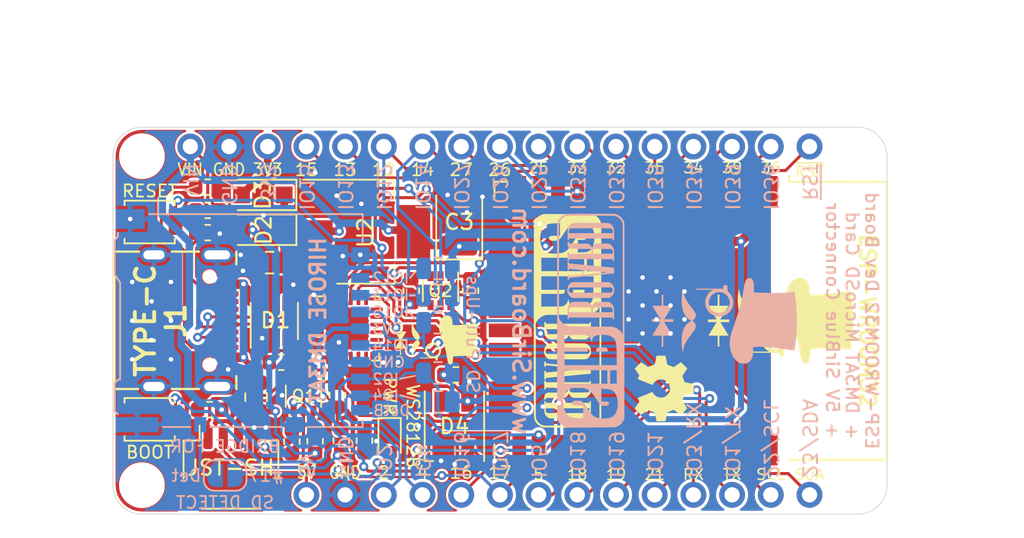
<source format=kicad_pcb>
(kicad_pcb (version 20171130) (host pcbnew "(5.1.2)-2")
  (title_block (title "ESP-WROOM32 Development Board") (date 2020-05-23) (rev 1.0) (company SirBoard) (comment 1 "SirBlue Connector with 5V Level Shift") (comment 2 "MicroSD Card + USB-C Connectivity with CP2104/2N Serial Converter") (comment 3 "ESP-WROOM32 ") (comment 4 www.SirBoard.com))
  (layers (0 F.Cu signal) (31 B.Cu signal) (34 B.Paste user hide) (35 F.Paste user hide) (36 B.SilkS user) (37 F.SilkS user) (38 B.Mask user hide) (39 F.Mask user hide) (44 Edge.Cuts user))
  (net 0 "")
  (net 1 GND)
  (net 2 VIN)
  (net 3 D-)
  (net 4 D+)
  (net 5 "Net-(U1-Pad24)")
  (net 6 "Net-(U1-Pad22)")
  (net 7 "Net-(U1-Pad18)")
  (net 8 "Net-(U1-Pad17)")
  (net 9 "Net-(U1-Pad16)")
  (net 10 "Net-(U1-Pad15)")
  (net 11 "Net-(U1-Pad14)")
  (net 12 "Net-(U1-Pad13)")
  (net 13 "Net-(U1-Pad12)")
  (net 14 "Net-(U1-Pad11)")
  (net 15 "Net-(U1-Pad1)")
  (net 16 /CC2)
  (net 17 "Net-(J1-PadA8)")
  (net 18 /CC1)
  (net 19 "Net-(J1-PadB8)")
  (net 20 DTR)
  (net 21 RTS)
  (net 22 +3V3)
  (net 23 VBUS)
  (net 24 SCL_5V)
  (net 25 SDA_5V)
  (net 26 "Net-(Q2-Pad2)")
  (net 27 "Net-(Q2-Pad5)")
  (net 28 "#RST")
  (net 29 "Net-(LED1-Pad2)")
  (net 30 "Net-(C2-Pad1)")
  (net 31 /CARD_DETECT)
  (net 32 VUSB)
  (net 33 "Net-(U1-Pad10)")
  (net 34 IO5_SD_CS)
  (net 35 IO0)
  (net 36 IO21)
  (net 37 "Net-(U3-Pad32)")
  (net 38 IO16)
  (net 39 "Net-(U3-Pad22)")
  (net 40 "Net-(U3-Pad21)")
  (net 41 "Net-(U3-Pad20)")
  (net 42 "Net-(U3-Pad19)")
  (net 43 "Net-(U3-Pad18)")
  (net 44 "Net-(U3-Pad17)")
  (net 45 IO27)
  (net 46 IO26)
  (net 47 IO25)
  (net 48 IO33)
  (net 49 IO32)
  (net 50 IO35)
  (net 51 IO34)
  (net 52 IO17_SD_DET)
  (net 53 IO4_SD_D1)
  (net 54 IO2_SD_D0)
  (net 55 IO15_SD_CMD)
  (net 56 IO13_SD_D3)
  (net 57 IO12_SD_D2)
  (net 58 IO14_SD_CLK)
  (net 59 IO23_SDA)
  (net 60 IO22_SCL)
  (net 61 IO1_TX)
  (net 62 IO3_RX)
  (net 63 IO19)
  (net 64 IO18)
  (net 65 IO36)
  (net 66 IO39)
  (net 67 "Net-(U1-Pad9)")
  (net 68 "Net-(D4-Pad2)")
  (module Resistor_SMD:R_0805_2012Metric (layer B.Cu) (at 63.246 44.704 180)
    (fp_text reference DNP1 hide)
    (fp_text value 47k)
    (pad 2 smd roundrect (at 0.9375 0 180) (size 0.975 1.4) (layers B.Cu B.Mask) (net 53 IO4_SD_D1))
    (pad 1 smd roundrect (at -0.9375 0 180) (size 0.975 1.4) (layers B.Cu B.Mask) (net 22 +3V3))
  )
  (module Resistor_SMD:R_0805_2012Metric (layer B.Cu) (at 63.246 42.799 180)
    (fp_text reference DNP2 hide)
    (fp_text value 47k)
    (pad 2 smd roundrect (at 0.9375 0 180) (size 0.975 1.4) (layers B.Cu B.Mask) (net 54 IO2_SD_D0))
    (pad 1 smd roundrect (at -0.9375 0 180) (size 0.975 1.4) (layers B.Cu B.Mask) (net 22 +3V3))
  )
  (module Resistor_SMD:R_0805_2012Metric (layer B.Cu) (at 63.246 39.497 180)
    (fp_text reference DNP3 hide)
    (fp_text value 47k)
    (pad 2 smd roundrect (at 0.9375 0 180) (size 0.975 1.4) (layers B.Cu B.Mask) (net 55 IO15_SD_CMD))
    (pad 1 smd roundrect (at -0.9375 0 180) (size 0.975 1.4) (layers B.Cu B.Mask) (net 22 +3V3))
  )
  (module Resistor_SMD:R_0805_2012Metric (layer B.Cu) (at 63.246 37.719 180)
    (fp_text reference DNP4 hide)
    (fp_text value 47k)
    (pad 2 smd roundrect (at 0.9375 0 180) (size 0.975 1.4) (layers B.Cu B.Mask) (net 56 IO13_SD_D3))
    (pad 1 smd roundrect (at -0.9375 0 180) (size 0.975 1.4) (layers B.Cu B.Mask) (net 22 +3V3))
  )
  (module Resistor_SMD:R_0805_2012Metric (layer B.Cu) (at 63.246 35.941 180)
    (fp_text reference DNP5 hide)
    (fp_text value 47k)
    (pad 2 smd roundrect (at 0.9375 0 180) (size 0.975 1.4) (layers B.Cu B.Mask) (net 57 IO12_SD_D2))
    (pad 1 smd roundrect (at -0.9375 0 180) (size 0.975 1.4) (layers B.Cu B.Mask) (net 22 +3V3))
  )
  (module logo:logo54x76 (layer F.Cu) (at 63.119 40.64 270)
    (fp_text reference G*** hide)
    (fp_text value LOGO hide)
  )
  (module logo:logo94x134 (layer B.Cu) (at 82.042 39.37 90)
    (fp_text reference G*** hide)
    (fp_text value LOGO hide)
  )
  (module logo:SirBoard140x44 (layer B.Cu) (at 73.279 39.37 90)
    (fp_text reference G*** hide)
    (fp_text value LOGO hide)
  )
  (module logo:OSHW62x45 (layer F.Cu) (at 78.105 43.815 270)
    (fp_text reference G*** hide)
    (fp_text value LOGO hide)
  )
  (module logo:logo94x134 (layer F.Cu) (at 85.725 39.37 270)
    (fp_text reference G*** hide)
    (fp_text value LOGO hide)
  )
  (module logo:SirBoard140x44 (layer F.Cu) (at 71.755 39.37 270)
    (fp_text reference G*** hide)
    (fp_text value LOGO hide)
  )
  (module Capacitor_SMD:C_0603_1608Metric (layer F.Cu) (at 64.4144 42.926)
    (fp_text reference C4 hide)
    (fp_text value 1uF)
    (pad 2 smd roundrect (at 0.7875 0) (size 0.875 0.95) (layers F.Cu F.Paste F.Mask) (net 1 GND))
    (pad 1 smd roundrect (at -0.7875 0) (size 0.875 0.95) (layers F.Cu F.Paste F.Mask) (net 22 +3V3))
  )
  (module SirBoardLibrary:WS2812B_MINI (layer F.Cu) (at 64.3255 46.2915 270)
    (fp_text reference D4 (at 0 0 180) (layer F.SilkS))
    (fp_text value WS2812B)
    (pad 1 smd rect (at -1.651 -0.875 270) (size 1.4 0.85) (layers F.Cu F.Paste F.Mask) (net 22 +3V3))
    (pad 2 smd rect (at -1.651 0.889 270) (size 1.4 0.85) (layers F.Cu F.Paste F.Mask) (net 68 "Net-(D4-Pad2)"))
    (pad 4 smd rect (at 1.651 -0.875 270) (size 1.4 0.85) (layers F.Cu F.Paste F.Mask) (net 38 IO16))
    (pad 3 smd rect (at 1.651 0.875 270) (size 1.4 0.85) (layers F.Cu F.Paste F.Mask) (net 1 GND))
  )
  (module Fuse:Fuse_0805_2012Metric (layer F.Cu) (at 51.308 44.3865 270)
    (fp_text reference F1 hide)
    (fp_text value 500mA)
    (pad 2 smd roundrect (at 0.9375 0 270) (size 0.975 1.4) (layers F.Cu F.Paste F.Mask) (net 23 VBUS))
    (pad 1 smd roundrect (at -0.9375 0 270) (size 0.975 1.4) (layers F.Cu F.Paste F.Mask) (net 32 VUSB))
  )
  (module Resistor_SMD:R_0603_1608Metric (layer F.Cu) (at 65.3796 37.4015 270)
    (fp_text reference R9 hide)
    (fp_text value 10k)
    (pad 2 smd roundrect (at 0.7875 0 270) (size 0.875 0.95) (layers F.Cu F.Paste F.Mask) (net 27 "Net-(Q2-Pad5)"))
    (pad 1 smd roundrect (at -0.7875 0 270) (size 0.875 0.95) (layers F.Cu F.Paste F.Mask) (net 20 DTR))
  )
  (module Resistor_SMD:R_0603_1608Metric (layer F.Cu) (at 61.4934 37.4015 90)
    (fp_text reference R8 hide)
    (fp_text value 10k)
    (pad 2 smd roundrect (at 0.7875 0 90) (size 0.875 0.95) (layers F.Cu F.Paste F.Mask) (net 26 "Net-(Q2-Pad2)"))
    (pad 1 smd roundrect (at -0.7875 0 90) (size 0.875 0.95) (layers F.Cu F.Paste F.Mask) (net 21 RTS))
  )
  (module Package_TO_SOT_SMD:SOT-363_SC-70-6 (layer F.Cu) (at 63.4111 37.4015 270)
    (fp_text reference Q2 (at 0 0) (layer F.SilkS) (effects (font (size 0.8 0.8) (thickness 0.12))))
    (fp_text value MMBT2222A)
    (pad 6 smd rect (at 0.95 -0.65 270) (size 0.65 0.4) (layers F.Cu F.Paste F.Mask) (net 35 IO0))
    (pad 4 smd rect (at 0.95 0.65 270) (size 0.65 0.4) (layers F.Cu F.Paste F.Mask) (net 21 RTS))
    (pad 2 smd rect (at -0.95 0 270) (size 0.65 0.4) (layers F.Cu F.Paste F.Mask) (net 26 "Net-(Q2-Pad2)"))
    (pad 5 smd rect (at 0.95 0 270) (size 0.65 0.4) (layers F.Cu F.Paste F.Mask) (net 27 "Net-(Q2-Pad5)"))
    (pad 3 smd rect (at -0.95 0.65 270) (size 0.65 0.4) (layers F.Cu F.Paste F.Mask) (net 28 "#RST"))
    (pad 1 smd rect (at -0.95 -0.65 270) (size 0.65 0.4) (layers F.Cu F.Paste F.Mask) (net 20 DTR))
  )
  (module SirBoardLibrary:USB_C (layer F.Cu) (at 45.974 39.37 270)
    (fp_text reference J1 (at 0 -0.0762 90) (layer F.SilkS) (effects (font (size 1.27 1.27) (thickness 0.254))))
    (fp_text value TYPE-C (at 0 1.9304 90 unlocked) (layer F.SilkS) (effects (font (size 1.27 1.27) (thickness 0.254))))
    (pad A4 smd rect (at -2.55594 -3.4774 270) (size 0.31 1.4) (layers F.Cu F.Paste F.Mask) (net 32 VUSB))
    (pad A9 smd rect (at 2.55406 -3.4774 270) (size 0.31 1.4) (layers F.Cu F.Paste F.Mask) (net 32 VUSB))
    (pad B8 smd rect (at -1.75094 -3.4774 270) (size 0.32 1.4) (layers F.Cu F.Paste F.Mask) (net 19 "Net-(J1-PadB8)"))
    (pad A5 smd rect (at -1.25094 -3.4774 270) (size 0.32 1.4) (layers F.Cu F.Paste F.Mask) (net 18 /CC1))
    (pad B7 smd rect (at -0.75094 -3.4774 270) (size 0.32 1.4) (layers F.Cu F.Paste F.Mask) (net 3 D-))
    (pad A6 smd rect (at -0.25094 -3.4774 270) (size 0.32 1.4) (layers F.Cu F.Paste F.Mask) (net 4 D+))
    (pad A7 smd rect (at 0.24906 -3.4774 270) (size 0.32 1.4) (layers F.Cu F.Paste F.Mask) (net 3 D-))
    (pad B6 smd rect (at 0.74906 -3.4774 270) (size 0.32 1.4) (layers F.Cu F.Paste F.Mask) (net 4 D+))
    (pad A8 smd rect (at 1.24906 -3.4774 270) (size 0.32 1.4) (layers F.Cu F.Paste F.Mask) (net 17 "Net-(J1-PadA8)"))
    (pad B5 smd rect (at 1.74906 -3.4774 270) (size 0.32 1.4) (layers F.Cu F.Paste F.Mask) (net 16 /CC2))
    (pad S1 thru_hole oval (at -4.32094 -2.7774 270) (size 1 2.1) (drill oval 0.6 1.7) (layers *.Cu *.Mask F.Paste) (net 1 GND))
    (pad S1 thru_hole oval (at 4.31906 -2.7774 270) (size 1 2.1) (drill oval 0.6 1.7) (layers *.Cu *.Mask F.Paste) (net 1 GND))
    (pad S1 thru_hole oval (at 4.31906 1.3726 270) (size 1 1.8) (drill oval 0.6 1.4) (layers *.Cu *.Mask F.Paste) (net 1 GND))
    (pad S1 thru_hole oval (at -4.32094 1.3726 270) (size 1 1.8) (drill oval 0.6 1.4) (layers *.Cu *.Mask F.Paste) (net 1 GND))
    (pad "" np_thru_hole circle (at 2.88906 -2.2774 270) (size 0.65 0.65) (drill oval 0.65) (layers *.Cu *.Mask))
    (pad "" np_thru_hole circle (at -2.89094 -2.2774 270) (size 0.65 0.65) (drill oval 0.65) (layers *.Cu *.Mask))
    (pad A12 smd rect (at 3.35406 -3.4774 270) (size 0.31 1.4) (layers F.Cu F.Paste F.Mask) (net 1 GND))
    (pad A1 smd rect (at -3.35594 -3.4774 270) (size 0.31 1.4) (layers F.Cu F.Paste F.Mask) (net 1 GND))
    (pad B12 smd rect (at -3.04594 -3.4798 270) (size 0.31 1.4) (layers F.Cu F.Paste F.Mask) (net 1 GND))
    (pad B9 smd rect (at -2.24594 -3.4798 270) (size 0.31 1.4) (layers F.Cu F.Paste F.Mask) (net 32 VUSB))
    (pad B1 smd rect (at 3.04406 -3.4774 270) (size 0.31 1.4) (layers F.Cu F.Paste F.Mask) (net 1 GND))
    (pad B4 smd rect (at 2.24136 -3.4774 270) (size 0.31 1.4) (layers F.Cu F.Paste F.Mask) (net 32 VUSB))
  )
  (module Resistor_SMD:R_0603_1608Metric (layer F.Cu) (at 48.133 33.5915)
    (fp_text reference R2 hide)
    (fp_text value 5K1)
    (pad 2 smd roundrect (at 0.7875 0) (size 0.875 0.95) (layers F.Cu F.Paste F.Mask) (net 1 GND))
    (pad 1 smd roundrect (at -0.7875 0) (size 0.875 0.95) (layers F.Cu F.Paste F.Mask) (net 18 /CC1))
  )
  (module MountingHole:MountingHole_2.7mm_M2.5 (layer F.Cu) (at 43.815 28.575)
    (fp_text reference H3 hide)
    (fp_text value MountingHole)
    (pad 1 np_thru_hole circle (at 0 0) (size 2.7 2.7) (drill 2.7) (layers *.Cu *.Mask))
  )
  (module Connector_PinHeader_2.54mm:PinHeader_1x17_P2.54mm_Vertical (layer B.Cu) (at 46.99 27.94 270)
    (fp_text reference J5 hide)
    (fp_text value Conn_01x17)
    (pad 17 thru_hole oval (at 0 -40.64 270) (size 1.7 1.7) (drill 1) (layers *.Cu *.Mask) (net 28 "#RST"))
    (pad 16 thru_hole oval (at 0 -38.1 270) (size 1.7 1.7) (drill 1) (layers *.Cu *.Mask) (net 65 IO36))
    (pad 15 thru_hole oval (at 0 -35.56 270) (size 1.7 1.7) (drill 1) (layers *.Cu *.Mask) (net 66 IO39))
    (pad 14 thru_hole oval (at 0 -33.02 270) (size 1.7 1.7) (drill 1) (layers *.Cu *.Mask) (net 51 IO34))
    (pad 13 thru_hole oval (at 0 -30.48 270) (size 1.7 1.7) (drill 1) (layers *.Cu *.Mask) (net 50 IO35))
    (pad 12 thru_hole oval (at 0 -27.94 270) (size 1.7 1.7) (drill 1) (layers *.Cu *.Mask) (net 49 IO32))
    (pad 11 thru_hole oval (at 0 -25.4 270) (size 1.7 1.7) (drill 1) (layers *.Cu *.Mask) (net 48 IO33))
    (pad 10 thru_hole oval (at 0 -22.86 270) (size 1.7 1.7) (drill 1) (layers *.Cu *.Mask) (net 47 IO25))
    (pad 9 thru_hole oval (at 0 -20.32 270) (size 1.7 1.7) (drill 1) (layers *.Cu *.Mask) (net 46 IO26))
    (pad 8 thru_hole oval (at 0 -17.78 270) (size 1.7 1.7) (drill 1) (layers *.Cu *.Mask) (net 45 IO27))
    (pad 7 thru_hole oval (at 0 -15.24 270) (size 1.7 1.7) (drill 1) (layers *.Cu *.Mask) (net 56 IO13_SD_D3))
    (pad 6 thru_hole oval (at 0 -12.7 270) (size 1.7 1.7) (drill 1) (layers *.Cu *.Mask) (net 57 IO12_SD_D2))
    (pad 5 thru_hole oval (at 0 -10.16 270) (size 1.7 1.7) (drill 1) (layers *.Cu *.Mask) (net 58 IO14_SD_CLK))
    (pad 4 thru_hole oval (at 0 -7.62 270) (size 1.7 1.7) (drill 1) (layers *.Cu *.Mask) (net 55 IO15_SD_CMD))
    (pad 3 thru_hole oval (at 0 -5.08 270) (size 1.7 1.7) (drill 1) (layers *.Cu *.Mask) (net 2 VIN))
    (pad 2 thru_hole oval (at 0 -2.54 270) (size 1.7 1.7) (drill 1) (layers *.Cu *.Mask) (net 1 GND))
    (pad 1 thru_hole circle (at 0 0 270) (size 1.7 1.7) (drill 1) (layers *.Cu *.Mask) (net 22 +3V3))
  )
  (module Connector_PinHeader_2.54mm:PinHeader_1x14_P2.54mm_Vertical (layer B.Cu) (at 54.61 50.8 270)
    (fp_text reference J4 hide)
    (fp_text value Conn_01x14)
    (pad 14 thru_hole oval (at 0 -33.02 270) (size 1.7 1.7) (drill 1) (layers *.Cu *.Mask) (net 59 IO23_SDA))
    (pad 13 thru_hole oval (at 0 -30.48 270) (size 1.7 1.7) (drill 1) (layers *.Cu *.Mask) (net 60 IO22_SCL))
    (pad 12 thru_hole oval (at 0 -27.94 270) (size 1.7 1.7) (drill 1) (layers *.Cu *.Mask) (net 61 IO1_TX))
    (pad 11 thru_hole oval (at 0 -25.4 270) (size 1.7 1.7) (drill 1) (layers *.Cu *.Mask) (net 62 IO3_RX))
    (pad 10 thru_hole oval (at 0 -22.86 270) (size 1.7 1.7) (drill 1) (layers *.Cu *.Mask) (net 36 IO21))
    (pad 9 thru_hole oval (at 0 -20.32 270) (size 1.7 1.7) (drill 1) (layers *.Cu *.Mask) (net 63 IO19))
    (pad 8 thru_hole oval (at 0 -17.78 270) (size 1.7 1.7) (drill 1) (layers *.Cu *.Mask) (net 64 IO18))
    (pad 7 thru_hole oval (at 0 -15.24 270) (size 1.7 1.7) (drill 1) (layers *.Cu *.Mask) (net 34 IO5_SD_CS))
    (pad 6 thru_hole oval (at 0 -12.7 270) (size 1.7 1.7) (drill 1) (layers *.Cu *.Mask) (net 52 IO17_SD_DET))
    (pad 5 thru_hole oval (at 0 -10.16 270) (size 1.7 1.7) (drill 1) (layers *.Cu *.Mask) (net 38 IO16))
    (pad 4 thru_hole oval (at 0 -7.62 270) (size 1.7 1.7) (drill 1) (layers *.Cu *.Mask) (net 53 IO4_SD_D1))
    (pad 3 thru_hole oval (at 0 -5.08 270) (size 1.7 1.7) (drill 1) (layers *.Cu *.Mask) (net 54 IO2_SD_D0))
    (pad 2 thru_hole oval (at 0 -2.54 270) (size 1.7 1.7) (drill 1) (layers *.Cu *.Mask) (net 1 GND))
    (pad 1 thru_hole circle (at 0 0 270) (size 1.7 1.7) (drill 1) (layers *.Cu *.Mask) (net 23 VBUS))
  )
  (module Capacitor_Tantalum_SMD:CP_EIA-3528-21_Kemet-B (layer F.Cu) (at 64.643 32.893 90)
    (fp_text reference C3 (at 0 0) (layer F.SilkS))
    (fp_text value 100uF)
    (pad 2 smd roundrect (at 1.5375 0 90) (size 1.325 2.35) (layers F.Cu F.Paste F.Mask) (roundrect_rratio 0.188679) (net 1 GND))
    (pad 1 smd roundrect (at -1.5375 0 90) (size 1.325 2.35) (layers F.Cu F.Paste F.Mask) (roundrect_rratio 0.188679) (net 22 +3V3))
  )
  (module SirBoardLibrary:microSD_Hirose_DM3AT (layer B.Cu) (at 50.419 39.37 90)
    (fp_text reference J2 hide)
    (fp_text value Micro_SD_Card_Det_Hirose_DM3AT)
    (pad 11 smd rect (at 6.675 -7.375 90) (size 1.3 1.9) (layers B.Cu B.Paste B.Mask) (net 1 GND))
    (pad 11 smd rect (at -6.825 -6.925 90) (size 1 2.8) (layers B.Cu B.Paste B.Mask) (net 1 GND))
    (pad 10 smd rect (at -6.825 -2.775 90) (size 1 0.8) (layers B.Cu B.Paste B.Mask) (net 31 /CARD_DETECT))
    (pad 11 smd rect (at -6.825 3.425 90) (size 1 1.2) (layers B.Cu B.Paste B.Mask) (net 1 GND))
    (pad 11 smd rect (at 4.325 7.725 90) (size 1 1.2) (layers B.Cu B.Paste B.Mask) (net 1 GND))
    (pad 7 smd rect (at -3.825 7.725 90) (size 0.7 1.2) (layers B.Cu B.Paste B.Mask) (net 54 IO2_SD_D0))
    (pad 6 smd rect (at -2.725 7.725 90) (size 0.7 1.2) (layers B.Cu B.Paste B.Mask) (net 1 GND))
    (pad 5 smd rect (at -1.625 7.725 90) (size 0.7 1.2) (layers B.Cu B.Paste B.Mask) (net 58 IO14_SD_CLK))
    (pad 4 smd rect (at -0.525 7.725 90) (size 0.7 1.2) (layers B.Cu B.Paste B.Mask) (net 22 +3V3))
    (pad 3 smd rect (at 0.575 7.725 90) (size 0.7 1.2) (layers B.Cu B.Paste B.Mask) (net 55 IO15_SD_CMD))
    (pad 2 smd rect (at 1.675 7.725 90) (size 0.7 1.2) (layers B.Cu B.Paste B.Mask) (net 56 IO13_SD_D3))
    (pad 1 smd rect (at 2.775 7.725 90) (size 0.7 1.2) (layers B.Cu B.Paste B.Mask) (net 57 IO12_SD_D2))
    (pad 8 smd rect (at -4.925 7.725 90) (size 0.7 1.2) (layers B.Cu B.Paste B.Mask) (net 53 IO4_SD_D1))
    (pad 9 smd rect (at -5.875 7.725 90) (size 0.7 1.2) (layers B.Cu B.Paste B.Mask) (net 1 GND))
  )
  (module SirBoardLibrary:SirBlue_Connector (layer F.Cu) (at 49.657 49.022)
    (fp_text reference JST-SH (at 0 0) (layer F.SilkS))
    (fp_text value SirBlue)
    (pad 1 smd roundrect (at -1.5 -2) (size 0.6 1.55) (layers F.Cu F.Paste F.Mask) (net 24 SCL_5V))
    (pad 2 smd roundrect (at -0.5 -2) (size 0.6 1.55) (layers F.Cu F.Paste F.Mask) (net 25 SDA_5V))
    (pad 3 smd roundrect (at 0.5 -2) (size 0.6 1.55) (layers F.Cu F.Paste F.Mask) (net 23 VBUS))
    (pad 4 smd roundrect (at 1.5 -2) (size 0.6 1.55) (layers F.Cu F.Paste F.Mask) (net 1 GND))
    (pad MP smd roundrect (at -2.8 1.875) (size 1.2 1.8) (layers F.Cu F.Paste F.Mask) (roundrect_rratio 0.208333))
    (pad MP smd roundrect (at 2.8 1.875) (size 1.2 1.8) (layers F.Cu F.Paste F.Mask) (roundrect_rratio 0.208333))
  )
  (module SirBoardLibrary:ESP32-WROOM-32 (layer F.Cu) (at 76.835 39.37 270)
    (fp_text reference U3 hide)
    (fp_text value ESP32-WROOM-32D)
    (pad 1 smd rect (at -8.5 -8.255 270) (size 2 0.9) (layers F.Cu F.Paste F.Mask) (net 1 GND))
    (pad 2 smd rect (at -8.5 -6.985 270) (size 2 0.9) (layers F.Cu F.Paste F.Mask) (net 22 +3V3))
    (pad 3 smd rect (at -8.5 -5.715 270) (size 2 0.9) (layers F.Cu F.Paste F.Mask) (net 28 "#RST"))
    (pad 4 smd rect (at -8.5 -4.445 270) (size 2 0.9) (layers F.Cu F.Paste F.Mask) (net 65 IO36))
    (pad 5 smd rect (at -8.5 -3.175 270) (size 2 0.9) (layers F.Cu F.Paste F.Mask) (net 66 IO39))
    (pad 6 smd rect (at -8.5 -1.905 270) (size 2 0.9) (layers F.Cu F.Paste F.Mask) (net 51 IO34))
    (pad 7 smd rect (at -8.5 -0.635 270) (size 2 0.9) (layers F.Cu F.Paste F.Mask) (net 50 IO35))
    (pad 8 smd rect (at -8.5 0.635 270) (size 2 0.9) (layers F.Cu F.Paste F.Mask) (net 49 IO32))
    (pad 9 smd rect (at -8.5 1.905 270) (size 2 0.9) (layers F.Cu F.Paste F.Mask) (net 48 IO33))
    (pad 10 smd rect (at -8.5 3.175 270) (size 2 0.9) (layers F.Cu F.Paste F.Mask) (net 47 IO25))
    (pad 11 smd rect (at -8.5 4.445 270) (size 2 0.9) (layers F.Cu F.Paste F.Mask) (net 46 IO26))
    (pad 12 smd rect (at -8.5 5.715 270) (size 2 0.9) (layers F.Cu F.Paste F.Mask) (net 45 IO27))
    (pad 13 smd rect (at -8.5 6.985 270) (size 2 0.9) (layers F.Cu F.Paste F.Mask) (net 56 IO13_SD_D3))
    (pad 14 smd rect (at -8.5 8.255 270) (size 2 0.9) (layers F.Cu F.Paste F.Mask) (net 57 IO12_SD_D2))
    (pad 15 smd rect (at -5.715 9.255) (size 2 0.9) (layers F.Cu F.Paste F.Mask) (net 1 GND))
    (pad 16 smd rect (at -4.445 9.255) (size 2 0.9) (layers F.Cu F.Paste F.Mask) (net 58 IO14_SD_CLK))
    (pad 17 smd rect (at -3.175 9.255) (size 2 0.9) (layers F.Cu F.Paste F.Mask) (net 44 "Net-(U3-Pad17)"))
    (pad 18 smd rect (at -1.905 9.255) (size 2 0.9) (layers F.Cu F.Paste F.Mask) (net 43 "Net-(U3-Pad18)"))
    (pad 19 smd rect (at -0.635 9.255) (size 2 0.9) (layers F.Cu F.Paste F.Mask) (net 42 "Net-(U3-Pad19)"))
    (pad 20 smd rect (at 0.635 9.255) (size 2 0.9) (layers F.Cu F.Paste F.Mask) (net 41 "Net-(U3-Pad20)"))
    (pad 21 smd rect (at 1.905 9.255) (size 2 0.9) (layers F.Cu F.Paste F.Mask) (net 40 "Net-(U3-Pad21)"))
    (pad 22 smd rect (at 3.175 9.255) (size 2 0.9) (layers F.Cu F.Paste F.Mask) (net 39 "Net-(U3-Pad22)"))
    (pad 23 smd rect (at 4.445 9.255) (size 2 0.9) (layers F.Cu F.Paste F.Mask) (net 55 IO15_SD_CMD))
    (pad 24 smd rect (at 5.715 9.255) (size 2 0.9) (layers F.Cu F.Paste F.Mask) (net 54 IO2_SD_D0))
    (pad 25 smd rect (at 8.5 8.255 270) (size 2 0.9) (layers F.Cu F.Paste F.Mask) (net 35 IO0))
    (pad 26 smd rect (at 8.5 6.985 270) (size 2 0.9) (layers F.Cu F.Paste F.Mask) (net 53 IO4_SD_D1))
    (pad 27 smd rect (at 8.5 5.715 270) (size 2 0.9) (layers F.Cu F.Paste F.Mask) (net 38 IO16))
    (pad 28 smd rect (at 8.5 4.445 270) (size 2 0.9) (layers F.Cu F.Paste F.Mask) (net 52 IO17_SD_DET))
    (pad 29 smd rect (at 8.5 3.175 270) (size 2 0.9) (layers F.Cu F.Paste F.Mask) (net 34 IO5_SD_CS))
    (pad 30 smd rect (at 8.5 1.905 270) (size 2 0.9) (layers F.Cu F.Paste F.Mask) (net 64 IO18))
    (pad 31 smd rect (at 8.5 0.635 270) (size 2 0.9) (layers F.Cu F.Paste F.Mask) (net 63 IO19))
    (pad 32 smd rect (at 8.5 -0.635 270) (size 2 0.9) (layers F.Cu F.Paste F.Mask) (net 37 "Net-(U3-Pad32)"))
    (pad 33 smd rect (at 8.5 -1.905 270) (size 2 0.9) (layers F.Cu F.Paste F.Mask) (net 36 IO21))
    (pad 34 smd rect (at 8.5 -3.175 270) (size 2 0.9) (layers F.Cu F.Paste F.Mask) (net 62 IO3_RX))
    (pad 35 smd rect (at 8.5 -4.445 270) (size 2 0.9) (layers F.Cu F.Paste F.Mask) (net 61 IO1_TX))
    (pad 36 smd rect (at 8.5 -5.715 270) (size 2 0.9) (layers F.Cu F.Paste F.Mask) (net 60 IO22_SCL))
    (pad 37 smd rect (at 8.5 -6.985 270) (size 2 0.9) (layers F.Cu F.Paste F.Mask) (net 59 IO23_SDA))
    (pad 38 smd rect (at 8.5 -8.255 270) (size 2 0.9) (layers F.Cu F.Paste F.Mask) (net 1 GND))
    (pad 39 smd rect (at -2.835 -2.59 270) (size 1.33 1.33) (layers F.Cu F.Paste F.Mask))
    (pad 39 smd rect (at -1 -2.59 270) (size 1.33 1.33) (layers F.Cu F.Paste F.Mask))
    (pad 39 smd rect (at 0.835 -2.59 270) (size 1.33 1.33) (layers F.Cu F.Paste F.Mask))
    (pad 39 smd rect (at -2.835 -0.755 270) (size 1.33 1.33) (layers F.Cu F.Paste F.Mask))
    (pad 39 smd rect (at -1 -0.755 270) (size 1.33 1.33) (layers F.Cu F.Paste F.Mask))
    (pad 39 smd rect (at 0.835 -0.755 270) (size 1.33 1.33) (layers F.Cu F.Paste F.Mask))
    (pad 39 smd rect (at -2.835 1.08 270) (size 1.33 1.33) (layers F.Cu F.Paste F.Mask))
    (pad 39 smd rect (at -1 1.08 270) (size 1.33 1.33) (layers F.Cu F.Paste F.Mask))
    (pad 39 smd rect (at 0.835 1.08 270) (size 1.33 1.33) (layers F.Cu F.Paste F.Mask))
  )
  (module MountingHole:MountingHole_2.7mm_M2.5 (layer F.Cu) (at 90.805 50.165)
    (fp_text reference H2 hide)
    (fp_text value MountingHole)
    (pad 1 np_thru_hole circle (at 0 0) (size 2.7 2.7) (drill 2.7) (layers *.Cu *.Mask))
  )
  (module MountingHole:MountingHole_2.7mm_M2.5 (layer F.Cu) (at 90.805 28.575)
    (fp_text reference H1 hide)
    (fp_text value MountingHole)
    (pad 1 np_thru_hole circle (at 0 0) (size 2.7 2.7) (drill 2.7) (layers *.Cu *.Mask))
  )
  (module MountingHole:MountingHole_2.7mm_M2.5 (layer F.Cu) (at 43.815 50.165)
    (fp_text reference H4 hide)
    (fp_text value MountingHole)
    (pad 1 np_thru_hole circle (at 0 0) (size 2.7 2.7) (drill 2.7) (layers *.Cu *.Mask))
  )
  (module Button_Switch_SMD:SW_SPST_B3U-1000P (layer F.Cu) (at 44.323 32.893 180)
    (fp_text reference RESET (at 0 2.032 unlocked) (layer F.SilkS) (effects (font (size 0.8 0.8) (thickness 0.12))))
    (fp_text value SW_Push)
    (pad 1 smd rect (at -1.7 0 180) (size 0.9 1.7) (layers F.Cu F.Paste F.Mask) (net 28 "#RST"))
    (pad 2 smd rect (at 1.7 0 180) (size 0.9 1.7) (layers F.Cu F.Paste F.Mask) (net 1 GND))
  )
  (module Resistor_SMD:R_0603_1608Metric (layer F.Cu) (at 48.26 45.212)
    (fp_text reference R18 hide)
    (fp_text value 10k)
    (pad 2 smd roundrect (at 0.7875 0) (size 0.875 0.95) (layers F.Cu F.Paste F.Mask) (net 22 +3V3))
    (pad 1 smd roundrect (at -0.7875 0) (size 0.875 0.95) (layers F.Cu F.Paste F.Mask) (net 35 IO0))
  )
  (module Resistor_SMD:R_0603_1608Metric (layer F.Cu) (at 56.896 47.244 90)
    (fp_text reference R17 hide)
    (fp_text value 10k)
    (pad 2 smd roundrect (at 0.7875 0 90) (size 0.875 0.95) (layers F.Cu F.Paste F.Mask) (net 22 +3V3))
    (pad 1 smd roundrect (at -0.7875 0 90) (size 0.875 0.95) (layers F.Cu F.Paste F.Mask) (net 31 /CARD_DETECT))
  )
  (module Jumper:SolderJumper-2_P1.3mm_Open_RoundedPad1.0x1.5mm (layer B.Cu) (at 49.276 49.53 180)
    (fp_text reference CARD1 hide)
    (fp_text value SolderJumper_2_Open)
    (pad 2 smd custom (at 0.65 0 180) (size 1 0.5) (layers B.Cu B.Mask) (net 31 /CARD_DETECT) (options (clearance outline) (anchor rect)) (primitives (gr_circle (center 0 -0.25) (end 0.5 -0.25) (width 0)) (gr_circle (center 0 0.25) (end 0.5 0.25) (width 0)) (gr_poly (pts (xy 0 0.75) (xy -0.5 0.75) (xy -0.5 -0.75) (xy 0 -0.75)) (width 0))))
    (pad 1 smd custom (at -0.65 0 180) (size 1 0.5) (layers B.Cu B.Mask) (net 52 IO17_SD_DET) (options (clearance outline) (anchor rect)) (primitives (gr_circle (center 0 -0.25) (end 0.5 -0.25) (width 0)) (gr_circle (center 0 0.25) (end 0.5 0.25) (width 0)) (gr_poly (pts (xy 0 0.75) (xy 0.5 0.75) (xy 0.5 -0.75) (xy 0 -0.75)) (width 0))))
  )
  (module Diode_SMD:D_SOD-123F (layer F.Cu) (at 51.7525 31.115 180)
    (fp_text reference D3 (at 0 0 90) (layer F.SilkS))
    (fp_text value MBR120)
    (pad 2 smd rect (at 1.4 0 180) (size 1.1 1.1) (layers F.Cu F.Paste F.Mask) (net 2 VIN))
    (pad 1 smd rect (at -1.4 0 180) (size 1.1 1.1) (layers F.Cu F.Paste F.Mask) (net 30 "Net-(C2-Pad1)"))
  )
  (module Button_Switch_SMD:SW_SPST_B3U-1000P (layer F.Cu) (at 44.323 45.847)
    (fp_text reference BOOT (at 0 2.159 unlocked) (layer F.SilkS) (effects (font (size 0.8 0.8) (thickness 0.122))))
    (fp_text value SW_Push)
    (pad 1 smd rect (at -1.7 0) (size 0.9 1.7) (layers F.Cu F.Paste F.Mask) (net 1 GND))
    (pad 2 smd rect (at 1.7 0) (size 0.9 1.7) (layers F.Cu F.Paste F.Mask) (net 35 IO0))
  )
  (module Resistor_SMD:R_0603_1608Metric (layer F.Cu) (at 58.42 47.244 270)
    (fp_text reference R16 hide)
    (fp_text value 1K)
    (pad 2 smd roundrect (at 0.7875 0 270) (size 0.875 0.95) (layers F.Cu F.Paste F.Mask) (net 29 "Net-(LED1-Pad2)"))
    (pad 1 smd roundrect (at -0.7875 0 270) (size 0.875 0.95) (layers F.Cu F.Paste F.Mask) (net 22 +3V3))
  )
  (module LED_SMD:LED_0603_1608Metric (layer F.Cu) (at 60.071 47.244 270)
    (fp_text reference PWR (at -2.921 0 270 unlocked) (layer F.SilkS) (effects (font (size 0.8 0.8) (thickness 0.13))))
    (fp_text value RED)
    (pad 1 smd roundrect (at -0.7875 0 270) (size 0.875 0.95) (layers F.Cu F.Paste F.Mask) (net 1 GND))
    (pad 2 smd roundrect (at 0.7875 0 270) (size 0.875 0.95) (layers F.Cu F.Paste F.Mask) (net 29 "Net-(LED1-Pad2)"))
  )
  (module Capacitor_SMD:C_0805_2012Metric (layer F.Cu) (at 52.197 35.56 180)
    (fp_text reference C2 hide)
    (fp_text value 10uF)
    (pad 2 smd roundrect (at 0.9375 0 180) (size 0.975 1.4) (layers F.Cu F.Paste F.Mask) (net 1 GND))
    (pad 1 smd roundrect (at -0.9375 0 180) (size 0.975 1.4) (layers F.Cu F.Paste F.Mask) (net 30 "Net-(C2-Pad1)"))
  )
  (module Resistor_SMD:R_0603_1608Metric (layer F.Cu) (at 48.133 30.607)
    (fp_text reference R1 hide)
    (fp_text value 5K1)
    (pad 2 smd roundrect (at 0.7875 0) (size 0.875 0.95) (layers F.Cu F.Paste F.Mask) (net 1 GND))
    (pad 1 smd roundrect (at -0.7875 0) (size 0.875 0.95) (layers F.Cu F.Paste F.Mask) (net 16 /CC2))
  )
  (module Resistor_SMD:R_0603_1608Metric (layer F.Cu) (at 52.959 42.1005 180)
    (fp_text reference R7 hide)
    (fp_text value 10k)
    (pad 2 smd roundrect (at 0.7875 0 180) (size 0.875 0.95) (layers F.Cu F.Paste F.Mask) (net 23 VBUS))
    (pad 1 smd roundrect (at -0.7875 0 180) (size 0.875 0.95) (layers F.Cu F.Paste F.Mask) (net 24 SCL_5V))
  )
  (module Resistor_SMD:R_0603_1608Metric (layer F.Cu) (at 53.6575 47.3075 90)
    (fp_text reference R6 hide)
    (fp_text value 10k)
    (pad 2 smd roundrect (at 0.7875 0 90) (size 0.875 0.95) (layers F.Cu F.Paste F.Mask) (net 60 IO22_SCL))
    (pad 1 smd roundrect (at -0.7875 0 90) (size 0.875 0.95) (layers F.Cu F.Paste F.Mask) (net 22 +3V3))
  )
  (module Resistor_SMD:R_0603_1608Metric (layer F.Cu) (at 55.1815 47.282 270)
    (fp_text reference R5 hide)
    (fp_text value 10k)
    (pad 2 smd roundrect (at 0.7875 0 270) (size 0.875 0.95) (layers F.Cu F.Paste F.Mask) (net 23 VBUS))
    (pad 1 smd roundrect (at -0.7875 0 270) (size 0.875 0.95) (layers F.Cu F.Paste F.Mask) (net 25 SDA_5V))
  )
  (module Resistor_SMD:R_0603_1608Metric (layer F.Cu) (at 56.642 44.2595 90)
    (fp_text reference R4 hide)
    (fp_text value 10k)
    (pad 2 smd roundrect (at 0.7875 0 90) (size 0.875 0.95) (layers F.Cu F.Paste F.Mask) (net 59 IO23_SDA))
    (pad 1 smd roundrect (at -0.7875 0 90) (size 0.875 0.95) (layers F.Cu F.Paste F.Mask) (net 22 +3V3))
  )
  (module Resistor_SMD:R_0603_1608Metric (layer F.Cu) (at 48.133 32.131 180)
    (fp_text reference R14 hide)
    (fp_text value 10k)
    (pad 2 smd roundrect (at 0.7875 0 180) (size 0.875 0.95) (layers F.Cu F.Paste F.Mask) (net 28 "#RST"))
    (pad 1 smd roundrect (at -0.7875 0 180) (size 0.875 0.95) (layers F.Cu F.Paste F.Mask) (net 22 +3V3))
  )
  (module SirBoardLibrary:SOT-143 (layer F.Cu) (at 52.578 39.37 90)
    (fp_text reference D1 (at 0.02 0) (layer F.SilkS))
    (fp_text value PRTR5V0U2X)
    (pad 4 smd rect (at 1.1508 -1.0516) (size 0.8 1) (layers F.Cu F.Paste F.Mask) (net 32 VUSB))
    (pad 3 smd rect (at 1.1508 0.8484) (size 0.8 1) (layers F.Cu F.Paste F.Mask) (net 4 D+))
    (pad 2 smd rect (at -1.1492 0.8484) (size 0.8 1) (layers F.Cu F.Paste F.Mask) (net 3 D-))
    (pad 1 smd rect (at -1.1492 -0.8716) (size 1.2 1) (layers F.Cu F.Paste F.Mask) (net 1 GND))
  )
  (module Package_TO_SOT_SMD:SOT-363_SC-70-6 (layer F.Cu) (at 54.4195 44.323 270)
    (fp_text reference Q1 (at 0.003 -0.025) (layer F.SilkS) (effects (font (size 0.8 0.8) (thickness 0.12))))
    (fp_text value BSS138DW)
    (pad 6 smd rect (at 0.95 -0.65 270) (size 0.65 0.4) (layers F.Cu F.Paste F.Mask) (net 25 SDA_5V))
    (pad 4 smd rect (at 0.95 0.65 270) (size 0.65 0.4) (layers F.Cu F.Paste F.Mask) (net 60 IO22_SCL))
    (pad 2 smd rect (at -0.95 0 270) (size 0.65 0.4) (layers F.Cu F.Paste F.Mask) (net 22 +3V3))
    (pad 5 smd rect (at 0.95 0 270) (size 0.65 0.4) (layers F.Cu F.Paste F.Mask) (net 22 +3V3))
    (pad 3 smd rect (at -0.95 0.65 270) (size 0.65 0.4) (layers F.Cu F.Paste F.Mask) (net 24 SCL_5V))
    (pad 1 smd rect (at -0.95 -0.65 270) (size 0.65 0.4) (layers F.Cu F.Paste F.Mask) (net 59 IO23_SDA))
  )
  (module Package_TO_SOT_SMD:SOT-223-3_TabPin2 (layer F.Cu) (at 58.4835 33.528)
    (fp_text reference U2 (at 0 0.064 -270) (layer F.SilkS))
    (fp_text value AZ1117-3.3)
    (pad 1 smd rect (at -3.15 -2.3) (size 2 1.5) (layers F.Cu F.Paste F.Mask) (net 1 GND))
    (pad 3 smd rect (at -3.15 2.3) (size 2 1.5) (layers F.Cu F.Paste F.Mask) (net 30 "Net-(C2-Pad1)"))
    (pad 2 smd rect (at -3.15 0) (size 2 1.5) (layers F.Cu F.Paste F.Mask) (net 22 +3V3))
    (pad 2 smd rect (at 3.15 0) (size 2.2 3.5) (layers F.Cu F.Paste F.Mask) (net 22 +3V3))
  )
  (module Diode_SMD:D_SOD-123F (layer F.Cu) (at 51.7525 33.401 180)
    (fp_text reference D2 (at -0.051 -0.026 90) (layer F.SilkS))
    (fp_text value MBR120)
    (pad 2 smd rect (at 1.4 0 180) (size 1.1 1.1) (layers F.Cu F.Paste F.Mask) (net 23 VBUS))
    (pad 1 smd rect (at -1.4 0 180) (size 1.1 1.1) (layers F.Cu F.Paste F.Mask) (net 30 "Net-(C2-Pad1)"))
  )
  (module Package_DFN_QFN:QFN-24-1EP_4x4mm_P0.5mm_EP2.6x2.6mm (layer F.Cu) (at 57.277 39.878)
    (fp_text reference U1 hide)
    (fp_text value CP2104)
    (pad 24 smd roundrect (at -1.25 -1.9375) (size 0.25 0.825) (layers F.Cu F.Paste F.Mask) (net 5 "Net-(U1-Pad24)"))
    (pad 23 smd roundrect (at -0.75 -1.9375) (size 0.25 0.825) (layers F.Cu F.Paste F.Mask) (net 20 DTR))
    (pad 22 smd roundrect (at -0.25 -1.9375) (size 0.25 0.825) (layers F.Cu F.Paste F.Mask) (net 6 "Net-(U1-Pad22)"))
    (pad 21 smd roundrect (at 0.25 -1.9375) (size 0.25 0.825) (layers F.Cu F.Paste F.Mask) (net 62 IO3_RX))
    (pad 20 smd roundrect (at 0.75 -1.9375) (size 0.25 0.825) (layers F.Cu F.Paste F.Mask) (net 61 IO1_TX))
    (pad 19 smd roundrect (at 1.25 -1.9375) (size 0.25 0.825) (layers F.Cu F.Paste F.Mask) (net 21 RTS))
    (pad 18 smd roundrect (at 1.9375 -1.25) (size 0.825 0.25) (layers F.Cu F.Paste F.Mask) (net 7 "Net-(U1-Pad18)"))
    (pad 17 smd roundrect (at 1.9375 -0.75) (size 0.825 0.25) (layers F.Cu F.Paste F.Mask) (net 8 "Net-(U1-Pad17)"))
    (pad 16 smd roundrect (at 1.9375 -0.25) (size 0.825 0.25) (layers F.Cu F.Paste F.Mask) (net 9 "Net-(U1-Pad16)"))
    (pad 15 smd roundrect (at 1.9375 0.25) (size 0.825 0.25) (layers F.Cu F.Paste F.Mask) (net 10 "Net-(U1-Pad15)"))
    (pad 14 smd roundrect (at 1.9375 0.75) (size 0.825 0.25) (layers F.Cu F.Paste F.Mask) (net 11 "Net-(U1-Pad14)"))
    (pad 13 smd roundrect (at 1.9375 1.25) (size 0.825 0.25) (layers F.Cu F.Paste F.Mask) (net 12 "Net-(U1-Pad13)"))
    (pad 12 smd roundrect (at 1.25 1.9375) (size 0.25 0.825) (layers F.Cu F.Paste F.Mask) (net 13 "Net-(U1-Pad12)"))
    (pad 11 smd roundrect (at 0.75 1.9375) (size 0.25 0.825) (layers F.Cu F.Paste F.Mask) (net 14 "Net-(U1-Pad11)"))
    (pad 10 smd roundrect (at 0.25 1.9375) (size 0.25 0.825) (layers F.Cu F.Paste F.Mask) (net 33 "Net-(U1-Pad10)"))
    (pad 9 smd roundrect (at -0.25 1.9375) (size 0.25 0.825) (layers F.Cu F.Paste F.Mask) (net 67 "Net-(U1-Pad9)"))
    (pad 8 smd roundrect (at -0.75 1.9375) (size 0.25 0.825) (layers F.Cu F.Paste F.Mask) (net 23 VBUS))
    (pad 7 smd roundrect (at -1.25 1.9375) (size 0.25 0.825) (layers F.Cu F.Paste F.Mask) (net 22 +3V3))
    (pad 6 smd roundrect (at -1.9375 1.25) (size 0.825 0.25) (layers F.Cu F.Paste F.Mask) (net 22 +3V3))
    (pad 5 smd roundrect (at -1.9375 0.75) (size 0.825 0.25) (layers F.Cu F.Paste F.Mask) (net 22 +3V3))
    (pad 4 smd roundrect (at -1.9375 0.25) (size 0.825 0.25) (layers F.Cu F.Paste F.Mask) (net 3 D-))
    (pad 3 smd roundrect (at -1.9375 -0.25) (size 0.825 0.25) (layers F.Cu F.Paste F.Mask) (net 4 D+))
    (pad 2 smd roundrect (at -1.9375 -0.75) (size 0.825 0.25) (layers F.Cu F.Paste F.Mask) (net 1 GND))
    (pad 1 smd roundrect (at -1.9375 -1.25) (size 0.825 0.25) (layers F.Cu F.Paste F.Mask) (net 15 "Net-(U1-Pad1)"))
    (pad 25 smd roundrect (at 0 0) (size 2.6 2.6) (layers F.Cu F.Mask) (roundrect_rratio 0.096154) (net 1 GND))
  )
  (gr_text "HIROSE DM3AT" (at 55.372 39.37 90) (layer B.SilkS) (effects (font (size 1 1) (thickness 0.2)) (justify mirror)))
  (gr_text ESP-WROOM32 (at 91.44 39.37 270) (layer F.SilkS) (effects (font (size 1 1) (thickness 0.2))))
  (gr_text WS2812B (at 61.595 46.2915 270) (layer F.SilkS) (effects (font (size 0.8 0.8) (thickness 0.12))))
  (gr_line (start 60.7695 44.2595) (end 61.722 44.5135) (layer B.SilkS) (width 0.12))
  (gr_line (start 60.7695 43.18) (end 61.722 42.9895) (layer B.SilkS) (width 0.12))
  (gr_line (start 61.4045 38.862) (end 61.722 39.243) (layer B.SilkS) (width 0.12))
  (gr_line (start 61.4045 37.719) (end 61.722 37.719) (layer B.SilkS) (width 0.12))
  (gr_line (start 61.4045 36.576) (end 61.722 36.195) (layer B.SilkS) (width 0.12))
  (gr_text "SD Pull-Ups" (at 65.532 40.259 270) (layer B.SilkS) (effects (font (size 0.8 0.8) (thickness 0.12)) (justify mirror)))
  (gr_text 5V (at 54.61 49.784 270) (layer B.SilkS) (effects (font (size 0.9 0.9) (thickness 0.13)) (justify left mirror)))
  (gr_text GND (at 57.15 49.784 270) (layer B.SilkS) (effects (font (size 0.9 0.9) (thickness 0.13)) (justify left mirror)))
  (gr_text IO2 (at 59.69 49.784 270) (layer B.SilkS) (effects (font (size 0.9 0.9) (thickness 0.13)) (justify left mirror)))
  (gr_text IO4 (at 62.23 49.784 270) (layer B.SilkS) (effects (font (size 0.9 0.9) (thickness 0.13)) (justify left mirror)))
  (gr_text IO16 (at 64.77 49.784 270) (layer B.SilkS) (effects (font (size 0.9 0.9) (thickness 0.13)) (justify left mirror)))
  (gr_text IO17 (at 67.31 49.784 270) (layer B.SilkS) (effects (font (size 0.9 0.9) (thickness 0.13)) (justify left mirror)))
  (gr_text IO5 (at 69.85 49.784 270) (layer B.SilkS) (effects (font (size 0.9 0.9) (thickness 0.13)) (justify left mirror)))
  (gr_text IO18 (at 72.39 49.784 270) (layer B.SilkS) (effects (font (size 0.9 0.9) (thickness 0.13)) (justify left mirror)))
  (gr_text IO19 (at 74.93 49.784 270) (layer B.SilkS) (effects (font (size 0.9 0.9) (thickness 0.13)) (justify left mirror)))
  (gr_text IO21 (at 77.47 49.784 270) (layer B.SilkS) (effects (font (size 0.9 0.9) (thickness 0.13)) (justify left mirror)))
  (gr_text IO3/RX (at 80.01 49.784 270) (layer B.SilkS) (effects (font (size 0.9 0.9) (thickness 0.13)) (justify left mirror)))
  (gr_text IO1/TX (at 82.55 49.784 270) (layer B.SilkS) (effects (font (size 0.9 0.9) (thickness 0.13)) (justify left mirror)))
  (gr_text 22/SCL (at 85.09 49.784 270) (layer B.SilkS) (effects (font (size 0.9 0.9) (thickness 0.13)) (justify left mirror)))
  (gr_text 23/SDA (at 87.63 49.784 270) (layer B.SilkS) (effects (font (size 0.9 0.9) (thickness 0.13)) (justify left mirror)))
  (gr_text DetB (at 58.928 45.2628) (layer B.SilkS) (effects (font (size 0.7 0.7) (thickness 0.11)) (justify right mirror)))
  (gr_text VIN (at 46.99 28.956 270) (layer B.SilkS) (effects (font (size 0.9 0.9) (thickness 0.13)) (justify right mirror)))
  (gr_text GND (at 49.53 28.956 270) (layer B.SilkS) (effects (font (size 0.9 0.9) (thickness 0.13)) (justify right mirror)))
  (gr_text 3V3 (at 52.07 28.956 270) (layer B.SilkS) (effects (font (size 0.9 0.9) (thickness 0.13)) (justify right mirror)))
  (gr_text IO15 (at 54.61 28.956 270) (layer B.SilkS) (effects (font (size 0.9 0.9) (thickness 0.13)) (justify right mirror)))
  (gr_text IO13 (at 57.15 28.956 270) (layer B.SilkS) (effects (font (size 0.9 0.9) (thickness 0.13)) (justify right mirror)))
  (gr_text IO12 (at 59.69 28.956 270) (layer B.SilkS) (effects (font (size 0.9 0.9) (thickness 0.13)) (justify right mirror)))
  (gr_text IO14 (at 62.23 28.956 270) (layer B.SilkS) (effects (font (size 0.9 0.9) (thickness 0.13)) (justify right mirror)))
  (gr_text IO27 (at 64.77 28.956 270) (layer B.SilkS) (effects (font (size 0.9 0.9) (thickness 0.13)) (justify right mirror)))
  (gr_text IO26 (at 67.31 28.956 270) (layer B.SilkS) (effects (font (size 0.9 0.9) (thickness 0.13)) (justify right mirror)))
  (gr_text IO25 (at 69.85 28.956 270) (layer B.SilkS) (effects (font (size 0.9 0.9) (thickness 0.13)) (justify right mirror)))
  (gr_text IO33 (at 72.39 28.956 270) (layer B.SilkS) (effects (font (size 0.9 0.9) (thickness 0.13)) (justify right mirror)))
  (gr_text IO32 (at 74.93 28.956 270) (layer B.SilkS) (effects (font (size 0.9 0.9) (thickness 0.13)) (justify right mirror)))
  (gr_text IO35 (at 77.47 28.956 270) (layer B.SilkS) (effects (font (size 0.9 0.9) (thickness 0.13)) (justify right mirror)))
  (gr_text IO34 (at 80.01 28.956 270) (layer B.SilkS) (effects (font (size 0.9 0.9) (thickness 0.13)) (justify right mirror)))
  (gr_text IO39 (at 82.55 28.956 270) (layer B.SilkS) (effects (font (size 0.9 0.9) (thickness 0.13)) (justify right mirror)))
  (gr_text IO36 (at 85.09 28.956 270) (layer B.SilkS) (effects (font (size 0.9 0.9) (thickness 0.13)) (justify right mirror)))
  (gr_text IO4 (at 58.8772 44.2595) (layer B.SilkS) (effects (font (size 0.7 0.7) (thickness 0.11)) (justify right mirror)))
  (gr_text IO12 (at 58.8772 36.576) (layer B.SilkS) (effects (font (size 0.7 0.7) (thickness 0.11)) (justify right mirror)))
  (gr_text SDA (at 87.63 49.4665) (layer F.SilkS) (effects (font (size 0.7 0.7) (thickness 0.1))))
  (gr_text SCL (at 85.09 49.4665) (layer F.SilkS) (effects (font (size 0.7 0.7) (thickness 0.1))))
  (gr_text TX (at 82.55 49.4665) (layer F.SilkS) (effects (font (size 0.7 0.7) (thickness 0.1))))
  (gr_text RX (at 80.01 49.4665) (layer F.SilkS) (effects (font (size 0.7 0.7) (thickness 0.1))))
  (gr_text 21 (at 77.47 49.4665) (layer F.SilkS) (effects (font (size 0.7 0.7) (thickness 0.1))))
  (gr_text 19 (at 74.93 49.4665) (layer F.SilkS) (effects (font (size 0.7 0.7) (thickness 0.1))))
  (gr_text 18 (at 72.39 49.4665) (layer F.SilkS) (effects (font (size 0.7 0.7) (thickness 0.1))))
  (gr_text 5 (at 69.85 49.4665) (layer F.SilkS) (effects (font (size 0.7 0.7) (thickness 0.1))))
  (gr_text 17 (at 67.31 49.3395) (layer F.SilkS) (effects (font (size 0.8 0.8) (thickness 0.11))))
  (gr_text 16 (at 64.77 49.3395) (layer F.SilkS) (effects (font (size 0.8 0.8) (thickness 0.11))))
  (gr_text 4 (at 62.23 49.3395) (layer F.SilkS) (effects (font (size 0.8 0.8) (thickness 0.11))))
  (gr_text 2 (at 59.69 49.3395) (layer F.SilkS) (effects (font (size 0.8 0.8) (thickness 0.11))))
  (gr_text GND (at 57.15 49.3395) (layer F.SilkS) (effects (font (size 0.8 0.7) (thickness 0.11))))
  (gr_text 5V (at 54.61 49.3395) (layer F.SilkS) (effects (font (size 0.8 0.7) (thickness 0.11))))
  (gr_text VIN (at 46.99 29.464) (layer F.SilkS) (effects (font (size 0.8 0.7) (thickness 0.11))))
  (gr_text GND (at 49.53 29.464) (layer F.SilkS) (effects (font (size 0.8 0.7) (thickness 0.11))))
  (gr_text 3V3 (at 52.07 29.464) (layer F.SilkS) (effects (font (size 0.8 0.7) (thickness 0.11))))
  (gr_text 15 (at 54.61 29.464) (layer F.SilkS) (effects (font (size 0.8 0.8) (thickness 0.11))))
  (gr_text 13 (at 57.15 29.464) (layer F.SilkS) (effects (font (size 0.8 0.8) (thickness 0.11))))
  (gr_text 12 (at 59.69 29.464) (layer F.SilkS) (effects (font (size 0.8 0.8) (thickness 0.11))))
  (gr_text 14 (at 62.23 29.464) (layer F.SilkS) (effects (font (size 0.8 0.8) (thickness 0.11))))
  (gr_text 27 (at 64.77 29.464) (layer F.SilkS) (effects (font (size 0.8 0.8) (thickness 0.11))))
  (gr_text 26 (at 67.31 29.464) (layer F.SilkS) (effects (font (size 0.8 0.8) (thickness 0.11))))
  (gr_text 25 (at 69.85 29.337) (layer F.SilkS) (effects (font (size 0.7 0.7) (thickness 0.1))))
  (gr_text 33 (at 72.39 29.337) (layer F.SilkS) (effects (font (size 0.7 0.7) (thickness 0.1))))
  (gr_text 32 (at 74.93 29.337) (layer F.SilkS) (effects (font (size 0.7 0.7) (thickness 0.1))))
  (gr_text 35 (at 77.47 29.337) (layer F.SilkS) (effects (font (size 0.7 0.7) (thickness 0.1))))
  (gr_text 34 (at 80.01 29.337) (layer F.SilkS) (effects (font (size 0.7 0.7) (thickness 0.1))))
  (gr_text 39 (at 82.55 29.337) (layer F.SilkS) (effects (font (size 0.7 0.7) (thickness 0.1))))
  (gr_text 36 (at 85.09 29.337) (layer F.SilkS) (effects (font (size 0.7 0.7) (thickness 0.1))))
  (gr_text ~RST (at 87.63 29.591) (layer F.SilkS) (effects (font (size 0.7 0.7) (thickness 0.1))))
  (gr_arc (start 43.815 50.165) (end 41.91 50.165) (angle -90) (layer Edge.Cuts) (width 0.05))
  (gr_arc (start 43.815 28.575) (end 43.815 26.67) (angle -90) (layer Edge.Cuts) (width 0.05))
  (gr_arc (start 90.805 28.575) (end 92.71 28.575) (angle -90) (layer Edge.Cuts) (width 0.05))
  (gr_arc (start 90.805 50.165) (end 90.805 52.07) (angle -90) (layer Edge.Cuts) (width 0.05))
  (gr_text "ESP-WROOM32 Dev Board\n+ DM3AT MicroSD Card \n+ 5V SirBlue Connector" (at 90.424 39.37 270) (layer B.SilkS) (effects (font (size 0.8 0.85) (thickness 0.14)) (justify mirror)))
  (gr_text www.SirBoard.com (at 68.707 39.37 270) (layer B.SilkS) (effects (font (size 1.1 1.1) (thickness 0.2)) (justify mirror)))
  (gr_text ~RST (at 87.63 28.956 270) (layer B.SilkS) (effects (font (size 0.9 0.9) (thickness 0.13)) (justify right mirror)))
  (gr_text IO2 (at 58.8772 43.2054) (layer B.SilkS) (effects (font (size 0.7 0.7) (thickness 0.11)) (justify right mirror)))
  (gr_text GND (at 58.8772 42.0878) (layer B.SilkS) (effects (font (size 0.7 0.7) (thickness 0.11)) (justify right mirror)))
  (gr_text IO14 (at 58.8772 40.9956) (layer B.SilkS) (effects (font (size 0.7 0.7) (thickness 0.11)) (justify right mirror)))
  (gr_text 3V3 (at 58.8772 39.9034) (layer B.SilkS) (effects (font (size 0.7 0.7) (thickness 0.11)) (justify right mirror)))
  (gr_text IO13 (at 58.8772 37.6936) (layer B.SilkS) (effects (font (size 0.7 0.7) (thickness 0.11)) (justify right mirror)))
  (gr_text IO15 (at 58.8772 38.8112) (layer B.SilkS) (effects (font (size 0.7 0.7) (thickness 0.11)) (justify right mirror)))
  (gr_text "SD DETECT" (at 49.276 51.308) (layer B.SilkS) (effects (font (size 0.8 0.8) (thickness 0.12)) (justify mirror)))
  (gr_text "BRIDGE FOR" (at 49.276 47.625) (layer B.SilkS) (effects (font (size 0.8 0.8) (thickness 0.12)) (justify mirror)))
  (gr_text Det (at 46.736 49.53) (layer B.SilkS) (effects (font (size 0.8 0.8) (thickness 0.12)) (justify mirror)))
  (gr_text "#17" (at 51.943 49.53) (layer B.SilkS) (effects (font (size 0.8 0.8) (thickness 0.12)) (justify mirror)))
  (gr_line (start 92.71 28.575) (end 92.71 50.165) (layer Edge.Cuts) (width 0.05))
  (gr_line (start 90.805 52.07) (end 43.815 52.07) (layer Edge.Cuts) (width 0.05))
  (gr_line (start 43.815 26.67) (end 90.805 26.67) (layer Edge.Cuts) (width 0.05))
  (gr_line (start 41.91 50.165) (end 41.91 28.575) (layer Edge.Cuts) (width 0.05))
  (via (at 63.881 31.115) (size 0.6) (drill 0.3) (layers F.Cu B.Cu) (net 1))
  (via (at 76.675 36.535) (size 0.6) (drill 0.3) (layers F.Cu B.Cu) (net 1))
  (via (at 76.675 38.37) (size 0.6) (drill 0.3) (layers F.Cu B.Cu) (net 1))
  (via (at 76.675 40.205) (size 0.6) (drill 0.3) (layers F.Cu B.Cu) (net 1))
  (via (at 78.51 36.535) (size 0.6) (drill 0.3) (layers F.Cu B.Cu) (net 1))
  (via (at 78.51 38.37) (size 0.6) (drill 0.3) (layers F.Cu B.Cu) (net 1))
  (via (at 78.51 40.205) (size 0.6) (drill 0.3) (layers F.Cu B.Cu) (net 1))
  (via (at 79.425 39.285) (size 0.6) (drill 0.3) (layers F.Cu B.Cu) (net 1))
  (via (at 77.59 39.285) (size 0.6) (drill 0.3) (layers F.Cu B.Cu) (net 1))
  (via (at 75.755 39.285) (size 0.6) (drill 0.3) (layers F.Cu B.Cu) (net 1))
  (via (at 75.755 37.45) (size 0.6) (drill 0.3) (layers F.Cu B.Cu) (net 1))
  (via (at 77.59 37.45) (size 0.6) (drill 0.3) (layers F.Cu B.Cu) (net 1))
  (via (at 79.425 37.45) (size 0.6) (drill 0.3) (layers F.Cu B.Cu) (net 1))
  (via (at 65.3034 43.3578) (size 0.6) (drill 0.3) (layers F.Cu B.Cu) (net 1))
  (via (at 63.4492 48.5648) (size 0.6) (drill 0.3) (layers F.Cu B.Cu) (net 1))
  (via (at 56.7436 40.7924) (size 0.6) (drill 0.3) (layers F.Cu B.Cu) (net 1))
  (via (at 51.181 46.3804) (size 0.6) (drill 0.3) (layers F.Cu B.Cu) (net 1))
  (segment (start 49.4538 36.32406) (end 49.4538 36.01646) (width 0.3) (layer F.Cu) (net 1))
  (segment (start 49.4538 36.01646) (end 49.4514 36.01406) (width 0.3) (layer F.Cu) (net 1))
  (segment (start 56.527 39.128) (end 57.277 39.878) (width 0.25) (layer F.Cu) (net 1))
  (segment (start 55.3395 39.128) (end 56.527 39.128) (width 0.25) (layer F.Cu) (net 1))
  (segment (start 48.9205 34.87996) (end 48.7514 35.04906) (width 0.5) (layer F.Cu) (net 1))
  (segment (start 48.9205 33.5915) (end 48.9205 33.6549) (width 0.5) (layer F.Cu) (net 1))
  (segment (start 49.4514 35.74906) (end 48.7514 35.04906) (width 0.5) (layer F.Cu) (net 1))
  (segment (start 49.4514 36.01406) (end 49.4514 35.74906) (width 0.5) (layer F.Cu) (net 1))
  (via (at 43.044 32.695) (size 0.6) (drill 0.3) (layers F.Cu B.Cu) (net 1))
  (segment (start 42.623 32.893) (end 42.846 32.893) (width 0.5) (layer F.Cu) (net 1))
  (segment (start 42.846 32.893) (end 43.044 32.695) (width 0.5) (layer F.Cu) (net 1))
  (via (at 51.7064 40.5192) (size 0.6) (drill 0.3) (layers F.Cu B.Cu) (net 1))
  (segment (start 50.9778 42.5704) (end 49.4792 42.5704) (width 0.5) (layer B.Cu) (net 1))
  (segment (start 51.3334 42.2148) (end 50.9778 42.5704) (width 0.5) (layer B.Cu) (net 1))
  (segment (start 51.7064 40.5192) (end 51.3334 40.8922) (width 0.5) (layer B.Cu) (net 1))
  (segment (start 51.3334 40.8922) (end 51.3334 42.2148) (width 0.5) (layer B.Cu) (net 1))
  (via (at 58.144 35.045) (size 0.6) (drill 0.3) (layers F.Cu B.Cu) (net 1))
  (segment (start 50.16106 42.41406) (end 50.3428 42.5958) (width 0.3) (layer F.Cu) (net 1))
  (segment (start 49.4514 42.41406) (end 50.16106 42.41406) (width 0.3) (layer F.Cu) (net 1))
  (segment (start 50.21454 42.72406) (end 49.4514 42.72406) (width 0.3) (layer F.Cu) (net 1))
  (segment (start 50.3428 42.5958) (end 50.21454 42.72406) (width 0.3) (layer F.Cu) (net 1))
  (segment (start 48.7514 35.04906) (end 50.29494 35.04906) (width 0.5) (layer F.Cu) (net 1))
  (segment (start 50.74856 35.04906) (end 51.2595 35.56) (width 0.5) (layer F.Cu) (net 1))
  (segment (start 49.4792 42.5704) (end 49.4792 42.5704) (width 0.5) (layer B.Cu) (net 1))
  (via (at 49.4792 42.5704) (size 0.6) (drill 0.3) (layers F.Cu B.Cu) (net 1))
  (via (at 53.0098 44.2722) (size 0.6) (drill 0.3) (layers F.Cu B.Cu) (net 1))
  (via (at 59.2074 47.2694) (size 0.6) (drill 0.3) (layers F.Cu B.Cu) (net 1))
  (via (at 51.943 46.3804) (size 0.6) (drill 0.3) (layers F.Cu B.Cu) (net 1))
  (segment (start 50.29494 35.04906) (end 50.74856 35.04906) (width 0.5) (layer F.Cu) (net 1))
  (via (at 50.29494 35.04906) (size 0.6) (drill 0.3) (layers F.Cu B.Cu) (net 1))
  (via (at 50.4444 36.0934) (size 0.6) (drill 0.3) (layers F.Cu B.Cu) (net 1))
  (via (at 53.7464 37.0078) (size 0.6) (drill 0.3) (layers F.Cu B.Cu) (net 1))
  (via (at 55.0926 37.6682) (size 0.6) (drill 0.3) (layers F.Cu B.Cu) (net 1))
  (via (at 56.9976 35.1282) (size 0.6) (drill 0.3) (layers F.Cu B.Cu) (net 1))
  (via (at 58.2168 31.6992) (size 0.6) (drill 0.3) (layers F.Cu B.Cu) (net 1))
  (via (at 56.5912 31.1658) (size 0.6) (drill 0.3) (layers F.Cu B.Cu) (net 1))
  (via (at 55.1942 29.6672) (size 0.6) (drill 0.3) (layers F.Cu B.Cu) (net 1))
  (via (at 51.7906 32.4612) (size 0.6) (drill 0.3) (layers F.Cu B.Cu) (net 1))
  (segment (start 48.9205 33.6549) (end 48.9205 34.87996) (width 0.5) (layer F.Cu) (net 1))
  (via (at 48.9205 33.6549) (size 0.6) (drill 0.3) (layers F.Cu B.Cu) (net 1))
  (via (at 43.18 36.83) (size 0.6) (drill 0.3) (layers F.Cu B.Cu) (net 1))
  (via (at 45.72 36.83) (size 0.6) (drill 0.3) (layers F.Cu B.Cu) (net 1))
  (via (at 44.45 38.1) (size 0.6) (drill 0.3) (layers F.Cu B.Cu) (net 1))
  (via (at 43.18 39.37) (size 0.6) (drill 0.3) (layers F.Cu B.Cu) (net 1))
  (via (at 45.72 39.37) (size 0.6) (drill 0.3) (layers F.Cu B.Cu) (net 1))
  (via (at 44.45 40.64) (size 0.6) (drill 0.3) (layers F.Cu B.Cu) (net 1))
  (via (at 43.18 41.91) (size 0.6) (drill 0.3) (layers F.Cu B.Cu) (net 1))
  (via (at 45.72 41.91) (size 0.6) (drill 0.3) (layers F.Cu B.Cu) (net 1))
  (via (at 61.976 46.2788) (size 0.6) (drill 0.3) (layers F.Cu B.Cu) (net 1))
  (via (at 64.3382 48.7934) (size 0.6) (drill 0.3) (layers F.Cu B.Cu) (net 1))
  (via (at 66.9544 48.5902) (size 0.6) (drill 0.3) (layers F.Cu B.Cu) (net 1))
  (via (at 70.1294 45.0088) (size 0.6) (drill 0.3) (layers F.Cu B.Cu) (net 1))
  (via (at 59.6646 42.1132) (size 0.6) (drill 0.3) (layers F.Cu B.Cu) (net 1))
  (via (at 60.6298 42.0878) (size 0.6) (drill 0.3) (layers F.Cu B.Cu) (net 1))
  (via (at 66.167 31.242) (size 0.6) (drill 0.3) (layers F.Cu B.Cu) (net 1))
  (via (at 65.151 32.258) (size 0.6) (drill 0.3) (layers F.Cu B.Cu) (net 1))
  (segment (start 52.07 29.3975) (end 50.3525 31.115) (width 0.5) (layer F.Cu) (net 2))
  (segment (start 52.07 27.94) (end 52.07 29.3975) (width 0.5) (layer F.Cu) (net 2))
  (segment (start 50.526401 39.59406) (end 50.501401 39.61906) (width 0.2) (layer F.Cu) (net 3))
  (segment (start 49.4514 38.61906) (end 48.5514 38.61906) (width 0.2) (layer F.Cu) (net 3))
  (segment (start 48.36254 38.4302) (end 47.7774 38.4302) (width 0.2) (layer F.Cu) (net 3))
  (segment (start 53.4264 40.5192) (end 53.4264 39.63466) (width 0.2) (layer F.Cu) (net 3))
  (segment (start 48.39406 39.7764) (end 48.5514 39.61906) (width 0.2) (layer F.Cu) (net 3))
  (segment (start 47.7774 38.4302) (end 47.4726 38.735) (width 0.2) (layer F.Cu) (net 3))
  (segment (start 48.5514 38.61906) (end 48.36254 38.4302) (width 0.2) (layer F.Cu) (net 3))
  (segment (start 53.4264 39.63466) (end 53.467 39.59406) (width 0.2) (layer F.Cu) (net 3))
  (segment (start 48.5514 39.61906) (end 49.4514 39.61906) (width 0.2) (layer F.Cu) (net 3))
  (segment (start 47.4726 38.735) (end 47.4726 39.497) (width 0.2) (layer F.Cu) (net 3))
  (segment (start 47.752 39.7764) (end 48.39406 39.7764) (width 0.2) (layer F.Cu) (net 3))
  (segment (start 50.501401 39.61906) (end 49.4514 39.61906) (width 0.2) (layer F.Cu) (net 3))
  (segment (start 53.467 39.59406) (end 50.526401 39.59406) (width 0.2) (layer F.Cu) (net 3))
  (segment (start 47.4726 39.497) (end 47.752 39.7764) (width 0.2) (layer F.Cu) (net 3))
  (segment (start 54.03034 39.59406) (end 53.467 39.59406) (width 0.2) (layer F.Cu) (net 3))
  (segment (start 54.56828 40.132) (end 54.03034 39.59406) (width 0.2) (layer F.Cu) (net 3))
  (segment (start 55.3395 40.132) (end 54.56828 40.132) (width 0.2) (layer F.Cu) (net 3))
  (via (at 47.4726 40.4622) (size 0.6) (drill 0.3) (layers F.Cu B.Cu) (net 4))
  (via (at 48.133008 39.119061) (size 0.6) (drill 0.3) (layers F.Cu B.Cu) (net 4))
  (segment (start 53.4264 39.10346) (end 53.467 39.14406) (width 0.2) (layer F.Cu) (net 4))
  (segment (start 49.4514 40.11906) (end 48.62854 40.11906) (width 0.2) (layer F.Cu) (net 4))
  (segment (start 48.133008 39.801792) (end 47.772599 40.162201) (width 0.2) (layer B.Cu) (net 4))
  (segment (start 48.133008 39.119061) (end 48.133008 39.801792) (width 0.2) (layer B.Cu) (net 4))
  (segment (start 49.4514 39.11906) (end 48.551399 39.119061) (width 0.2) (layer F.Cu) (net 4))
  (segment (start 47.772599 40.162201) (end 47.4726 40.4622) (width 0.2) (layer B.Cu) (net 4))
  (segment (start 48.551399 39.119061) (end 48.133008 39.119061) (width 0.2) (layer F.Cu) (net 4))
  (segment (start 50.526401 39.14406) (end 50.501401 39.11906) (width 0.2) (layer F.Cu) (net 4))
  (segment (start 50.501401 39.11906) (end 49.4514 39.11906) (width 0.2) (layer F.Cu) (net 4))
  (segment (start 53.467 39.14406) (end 50.526401 39.14406) (width 0.2) (layer F.Cu) (net 4))
  (segment (start 48.62854 40.11906) (end 48.2854 40.4622) (width 0.2) (layer F.Cu) (net 4))
  (segment (start 53.4264 38.2192) (end 53.4264 39.10346) (width 0.2) (layer F.Cu) (net 4))
  (segment (start 48.2854 40.4622) (end 47.4726 40.4622) (width 0.2) (layer F.Cu) (net 4))
  (segment (start 53.467 39.14406) (end 54.26106 39.14406) (width 0.2) (layer F.Cu) (net 4))
  (segment (start 54.741 39.624) (end 55.3395 39.624) (width 0.2) (layer F.Cu) (net 4))
  (segment (start 54.26106 39.14406) (end 54.741 39.624) (width 0.2) (layer F.Cu) (net 4))
  (segment (start 49.4514 41.11906) (end 47.98414 41.11906) (width 0.2) (layer F.Cu) (net 16))
  (segment (start 47.3455 30.607) (end 45.847 30.607) (width 0.2) (layer F.Cu) (net 16))
  (segment (start 45.847 30.607) (end 45.085 31.369) (width 0.2) (layer F.Cu) (net 16))
  (segment (start 45.085 31.369) (end 45.085 33.909) (width 0.2) (layer F.Cu) (net 16))
  (segment (start 45.085 33.909) (end 45.339 34.163) (width 0.2) (layer F.Cu) (net 16))
  (segment (start 45.339 34.163) (end 45.974 34.163) (width 0.2) (layer F.Cu) (net 16))
  (segment (start 45.974 34.163) (end 46.609 34.798) (width 0.2) (layer F.Cu) (net 16))
  (segment (start 46.609 34.798) (end 46.609 40.64) (width 0.2) (layer F.Cu) (net 16))
  (segment (start 47.08806 41.11906) (end 47.98414 41.11906) (width 0.2) (layer F.Cu) (net 16))
  (segment (start 46.609 40.64) (end 47.08806 41.11906) (width 0.2) (layer F.Cu) (net 16))
  (segment (start 48.67274 38.11906) (end 49.4514 38.11906) (width 0.2) (layer F.Cu) (net 18))
  (segment (start 47.0535 36.62116) (end 48.67274 38.11906) (width 0.2) (layer F.Cu) (net 18))
  (segment (start 47.0535 34.4585) (end 47.0535 36.62116) (width 0.2) (layer F.Cu) (net 18))
  (segment (start 47.3455 33.5915) (end 47.3455 34.1665) (width 0.2) (layer F.Cu) (net 18))
  (segment (start 47.3455 34.1665) (end 47.0535 34.4585) (width 0.2) (layer F.Cu) (net 18))
  (segment (start 65.2806 36.4515) (end 65.4431 36.614) (width 0.2) (layer F.Cu) (net 20))
  (segment (start 64.0611 36.4515) (end 65.2806 36.4515) (width 0.2) (layer F.Cu) (net 20))
  (segment (start 63.697789 35.563189) (end 64.0611 35.9265) (width 0.2) (layer F.Cu) (net 20))
  (segment (start 64.0611 35.9265) (end 64.0611 36.4515) (width 0.2) (layer F.Cu) (net 20))
  (segment (start 56.527 37.9405) (end 56.527 37.428) (width 0.2) (layer F.Cu) (net 20))
  (segment (start 56.527 37.428) (end 58.391811 35.563189) (width 0.2) (layer F.Cu) (net 20))
  (segment (start 58.391811 35.563189) (end 63.697789 35.563189) (width 0.2) (layer F.Cu) (net 20))
  (segment (start 62.1166 38.3515) (end 62.7611 38.3515) (width 0.2) (layer F.Cu) (net 21))
  (segment (start 61.3791 38.189) (end 61.9541 38.189) (width 0.2) (layer F.Cu) (net 21))
  (segment (start 61.9541 38.189) (end 62.1166 38.3515) (width 0.2) (layer F.Cu) (net 21))
  (segment (start 59.9948 39.3192) (end 60.5028 39.8272) (width 0.2) (layer F.Cu) (net 21))
  (segment (start 59.9948 38.3286) (end 59.9948 39.3192) (width 0.2) (layer F.Cu) (net 21))
  (segment (start 58.527 37.9405) (end 59.6067 37.9405) (width 0.2) (layer F.Cu) (net 21))
  (segment (start 59.6067 37.9405) (end 59.9948 38.3286) (width 0.2) (layer F.Cu) (net 21))
  (via (at 60.5028 39.8272) (size 0.6) (drill 0.3) (layers F.Cu B.Cu) (net 21))
  (segment (start 60.5028 39.1796) (end 61.3855 38.2969) (width 0.2) (layer B.Cu) (net 21))
  (segment (start 60.5028 39.8272) (end 60.5028 39.1796) (width 0.2) (layer B.Cu) (net 21))
  (via (at 61.3855 38.2969) (size 0.6) (drill 0.3) (layers F.Cu B.Cu) (net 21))
  (segment (start 55.3395 40.628) (end 55.3395 41.128) (width 0.25) (layer F.Cu) (net 22))
  (segment (start 56.642 46.4565) (end 56.642 45.047) (width 0.2) (layer F.Cu) (net 22))
  (segment (start 55.4355 41.224) (end 55.3395 41.128) (width 0.25) (layer F.Cu) (net 22))
  (segment (start 55.4355 41.783) (end 55.4355 41.783) (width 0.25) (layer F.Cu) (net 22))
  (segment (start 56.027 41.8155) (end 55.9945 41.783) (width 0.25) (layer F.Cu) (net 22))
  (segment (start 55.9945 41.783) (end 55.4355 41.783) (width 0.25) (layer F.Cu) (net 22))
  (segment (start 55.4355 41.783) (end 55.4355 41.224) (width 0.25) (layer F.Cu) (net 22))
  (via (at 55.4355 41.783) (size 0.6) (drill 0.3) (layers F.Cu B.Cu) (net 22))
  (segment (start 55.918 44.323) (end 56.642 45.047) (width 0.2) (layer F.Cu) (net 22))
  (segment (start 54.4195 44.323) (end 55.2196 44.323) (width 0.2) (layer F.Cu) (net 22))
  (segment (start 54.4195 43.373) (end 54.4195 44.323) (width 0.2) (layer F.Cu) (net 22))
  (segment (start 54.4195 44.323) (end 54.4195 45.273) (width 0.2) (layer F.Cu) (net 22))
  (segment (start 46.99 27.94) (end 48.133 29.083) (width 0.2) (layer F.Cu) (net 22))
  (segment (start 48.133 31.3435) (end 48.9205 32.131) (width 0.2) (layer F.Cu) (net 22))
  (segment (start 48.133 29.083) (end 48.133 31.3435) (width 0.2) (layer F.Cu) (net 22))
  (segment (start 54.4195 47.0154) (end 53.6575 47.7774) (width 0.2) (layer F.Cu) (net 22))
  (segment (start 54.4195 45.273) (end 54.4195 47.0154) (width 0.2) (layer F.Cu) (net 22))
  (segment (start 53.6575 47.7774) (end 53.6575 48.095) (width 0.2) (layer F.Cu) (net 22))
  (via (at 49.0475 45.212) (size 0.6) (drill 0.3) (layers F.Cu B.Cu) (net 22))
  (via (at 65.2005 44.6405) (size 0.6) (drill 0.3) (layers F.Cu B.Cu) (net 22))
  (segment (start 65.2005 44.4996) (end 65.2005 44.6405) (width 0.2) (layer F.Cu) (net 22))
  (segment (start 63.6269 42.926) (end 63.6269 42.926) (width 0.2) (layer F.Cu) (net 22))
  (segment (start 55.5244 44.323) (end 55.6768 44.323) (width 0.2) (layer F.Cu) (net 22))
  (segment (start 55.2196 44.323) (end 55.5244 44.323) (width 0.2) (layer F.Cu) (net 22))
  (segment (start 55.6768 44.323) (end 55.918 44.323) (width 0.2) (layer F.Cu) (net 22))
  (via (at 55.6768 44.323) (size 0.6) (drill 0.3) (layers F.Cu B.Cu) (net 22))
  (segment (start 46.99 29.142081) (end 47.997719 30.1498) (width 0.5) (layer B.Cu) (net 22))
  (segment (start 46.99 27.94) (end 46.99 29.142081) (width 0.5) (layer B.Cu) (net 22))
  (segment (start 47.997719 30.1498) (end 53.9496 30.1498) (width 0.5) (layer B.Cu) (net 22))
  (via (at 56.769 33.5026) (size 0.6) (drill 0.3) (layers F.Cu B.Cu) (net 22))
  (segment (start 53.9496 30.1498) (end 56.769 32.9692) (width 0.5) (layer B.Cu) (net 22))
  (segment (start 56.769 32.9692) (end 56.769 33.5026) (width 0.5) (layer B.Cu) (net 22))
  (segment (start 55.3589 33.5026) (end 55.3335 33.528) (width 0.5) (layer F.Cu) (net 22))
  (segment (start 56.769 33.5026) (end 55.3589 33.5026) (width 0.5) (layer F.Cu) (net 22))
  (segment (start 56.769 32.9692) (end 59.5122 32.9692) (width 0.5) (layer B.Cu) (net 22))
  (via (at 59.9948 33.4264) (size 0.6) (drill 0.3) (layers F.Cu B.Cu) (net 22))
  (segment (start 59.5122 32.9692) (end 59.9694 33.4264) (width 0.5) (layer B.Cu) (net 22))
  (segment (start 59.9694 33.4264) (end 59.9948 33.4264) (width 0.5) (layer B.Cu) (net 22))
  (segment (start 61.5319 33.4264) (end 61.6335 33.528) (width 0.5) (layer F.Cu) (net 22))
  (segment (start 59.9948 33.4264) (end 61.5319 33.4264) (width 0.5) (layer F.Cu) (net 22))
  (segment (start 64.1835 35.941) (end 64.1835 39.497) (width 0.3) (layer B.Cu) (net 22))
  (segment (start 64.1835 42.799) (end 64.1835 44.704) (width 0.3) (layer B.Cu) (net 22))
  (segment (start 64.247 44.6405) (end 64.1835 44.704) (width 0.3) (layer B.Cu) (net 22))
  (segment (start 65.2005 44.6405) (end 64.247 44.6405) (width 0.3) (layer B.Cu) (net 22))
  (segment (start 55.6768 42.0243) (end 55.4355 41.783) (width 0.3) (layer B.Cu) (net 22))
  (segment (start 55.6768 44.323) (end 55.6768 42.0243) (width 0.3) (layer B.Cu) (net 22))
  (segment (start 57.244 39.895) (end 58.144 39.895) (width 0.3) (layer B.Cu) (net 22))
  (segment (start 56.3456 39.895) (end 57.244 39.895) (width 0.3) (layer B.Cu) (net 22))
  (segment (start 55.4355 41.783) (end 55.4355 40.8051) (width 0.3) (layer B.Cu) (net 22))
  (segment (start 55.4355 40.8051) (end 56.3456 39.895) (width 0.3) (layer B.Cu) (net 22))
  (segment (start 62.536 34.4305) (end 61.6335 33.528) (width 0.5) (layer F.Cu) (net 22))
  (segment (start 64.643 34.4305) (end 62.536 34.4305) (width 0.5) (layer F.Cu) (net 22))
  (via (at 64.643 34.4932) (size 0.6) (drill 0.3) (layers F.Cu B.Cu) (net 22))
  (segment (start 64.1835 35.941) (end 64.1835 34.9527) (width 0.5) (layer B.Cu) (net 22))
  (segment (start 64.1835 34.9527) (end 64.643 34.4932) (width 0.5) (layer B.Cu) (net 22))
  (segment (start 83.82 30.87) (end 83.82 33.4772) (width 0.6) (layer F.Cu) (net 22))
  (segment (start 83.82 33.4772) (end 83.1342 34.163) (width 0.6) (layer F.Cu) (net 22))
  (segment (start 83.1342 34.163) (end 70.612 34.163) (width 0.6) (layer F.Cu) (net 22))
  (via (at 70.3072 34.4678) (size 0.6) (drill 0.3) (layers F.Cu B.Cu) (net 22))
  (segment (start 70.612 34.163) (end 70.3072 34.4678) (width 0.6) (layer F.Cu) (net 22))
  (segment (start 64.6684 34.4678) (end 64.643 34.4932) (width 0.6) (layer B.Cu) (net 22))
  (segment (start 70.3072 34.4678) (end 64.6684 34.4678) (width 0.6) (layer B.Cu) (net 22))
  (via (at 51.8922 47.6504) (size 0.6) (drill 0.3) (layers F.Cu B.Cu) (net 22))
  (segment (start 53.6575 48.095) (end 52.3368 48.095) (width 0.2) (layer F.Cu) (net 22))
  (segment (start 52.3368 48.095) (end 52.192199 47.950399) (width 0.2) (layer F.Cu) (net 22))
  (segment (start 52.192199 47.950399) (end 51.8922 47.6504) (width 0.2) (layer F.Cu) (net 22))
  (segment (start 51.4859 47.6504) (end 51.8922 47.6504) (width 0.3) (layer B.Cu) (net 22))
  (segment (start 49.0475 45.212) (end 51.4859 47.6504) (width 0.3) (layer B.Cu) (net 22))
  (segment (start 63.6269 42.926) (end 65.2005 44.4996) (width 0.2) (layer F.Cu) (net 22))
  (via (at 63.6269 42.926) (size 0.6) (drill 0.3) (layers F.Cu B.Cu) (net 22))
  (segment (start 63.7539 42.799) (end 63.6269 42.926) (width 0.2) (layer B.Cu) (net 22))
  (segment (start 64.1835 42.799) (end 63.7539 42.799) (width 0.2) (layer B.Cu) (net 22))
  (segment (start 48.6157 44.7802) (end 49.0475 45.212) (width 0.5) (layer B.Cu) (net 22))
  (segment (start 47.6504 44.7802) (end 48.6157 44.7802) (width 0.5) (layer B.Cu) (net 22))
  (segment (start 46.3931 41.0083) (end 46.8376 41.4528) (width 0.5) (layer B.Cu) (net 22))
  (segment (start 46.8376 43.9674) (end 47.6504 44.7802) (width 0.5) (layer B.Cu) (net 22))
  (segment (start 46.8376 41.4528) (end 46.8376 43.9674) (width 0.5) (layer B.Cu) (net 22))
  (segment (start 45.1485 30.983581) (end 45.1485 32.4358) (width 0.5) (layer B.Cu) (net 22))
  (segment (start 46.99 29.142081) (end 45.1485 30.983581) (width 0.5) (layer B.Cu) (net 22))
  (segment (start 45.1485 32.4358) (end 46.9265 34.2138) (width 0.5) (layer B.Cu) (net 22))
  (segment (start 46.9265 34.2138) (end 46.9265 39.6113) (width 0.5) (layer B.Cu) (net 22))
  (segment (start 46.9265 39.6113) (end 46.3931 40.1447) (width 0.5) (layer B.Cu) (net 22))
  (segment (start 46.3931 40.1447) (end 46.3931 41.0083) (width 0.5) (layer B.Cu) (net 22))
  (via (at 83.134202 34.163) (size 0.6) (drill 0.3) (layers F.Cu B.Cu) (net 22))
  (segment (start 70.0532 43.9801) (end 75.2348 43.9801) (width 0.4) (layer B.Cu) (net 22))
  (segment (start 65.2005 44.6405) (end 66.0255 44.6405) (width 0.4) (layer B.Cu) (net 22))
  (segment (start 66.0255 44.6405) (end 66.216 44.45) (width 0.4) (layer B.Cu) (net 22))
  (segment (start 66.216 44.45) (end 69.5833 44.45) (width 0.4) (layer B.Cu) (net 22))
  (segment (start 82.4103 45.8343) (end 83.134202 45.110398) (width 0.4) (layer B.Cu) (net 22))
  (segment (start 83.134202 34.587264) (end 83.134202 34.163) (width 0.4) (layer B.Cu) (net 22))
  (segment (start 83.134202 45.110398) (end 83.134202 34.587264) (width 0.4) (layer B.Cu) (net 22))
  (segment (start 77.089 45.8343) (end 82.4103 45.8343) (width 0.4) (layer B.Cu) (net 22))
  (segment (start 75.2348 43.9801) (end 77.089 45.8343) (width 0.4) (layer B.Cu) (net 22))
  (segment (start 69.5833 44.45) (end 70.0532 43.9801) (width 0.4) (layer B.Cu) (net 22))
  (segment (start 52.1715 42.037) (end 52.1715 42.1005) (width 0.4) (layer F.Cu) (net 23))
  (segment (start 52.633112 41.575388) (end 52.1715 42.037) (width 0.2) (layer F.Cu) (net 23))
  (segment (start 52.87351 41.33499) (end 52.633112 41.575388) (width 0.2) (layer F.Cu) (net 23))
  (segment (start 54.35249 41.33499) (end 52.87351 41.33499) (width 0.2) (layer F.Cu) (net 23))
  (segment (start 56.527 42.328) (end 56.2465 42.6085) (width 0.2) (layer F.Cu) (net 23))
  (segment (start 56.527 41.8155) (end 56.527 42.328) (width 0.2) (layer F.Cu) (net 23))
  (segment (start 56.2465 42.6085) (end 55.1815 42.6085) (width 0.2) (layer F.Cu) (net 23))
  (segment (start 55.1815 42.6085) (end 54.6735 42.1005) (width 0.2) (layer F.Cu) (net 23))
  (segment (start 54.6735 42.1005) (end 54.6735 41.656) (width 0.2) (layer F.Cu) (net 23))
  (segment (start 54.6735 41.656) (end 54.35249 41.33499) (width 0.2) (layer F.Cu) (net 23))
  (via (at 51.0794 33.401) (size 0.6) (drill 0.3) (layers F.Cu B.Cu) (net 23))
  (via (at 52.1715 42.1005) (size 0.6) (drill 0.3) (layers F.Cu B.Cu) (net 23))
  (segment (start 52.6034 34.925) (end 52.6034 41.6686) (width 0.5) (layer B.Cu) (net 23))
  (segment (start 51.0794 33.401) (end 52.6034 34.925) (width 0.5) (layer B.Cu) (net 23))
  (segment (start 52.6034 41.6686) (end 52.1715 42.1005) (width 0.5) (layer B.Cu) (net 23))
  (segment (start 50.3525 33.401) (end 51.0794 33.401) (width 0.5) (layer F.Cu) (net 23))
  (segment (start 50.7515 45.324) (end 51.308 45.324) (width 0.4) (layer F.Cu) (net 23))
  (segment (start 50.157 45.9185) (end 50.7515 45.324) (width 0.4) (layer F.Cu) (net 23))
  (segment (start 50.157 47.022) (end 50.157 45.9185) (width 0.4) (layer F.Cu) (net 23))
  (segment (start 55.1815 48.0695) (end 55.1815 48.0695) (width 0.2) (layer F.Cu) (net 23))
  (via (at 55.181486 48.069514) (size 0.6) (drill 0.3) (layers F.Cu B.Cu) (net 23))
  (segment (start 54.61 50.8) (end 54.61 49.065264) (width 0.2) (layer F.Cu) (net 23))
  (segment (start 55.181486 48.493778) (end 55.181486 48.069514) (width 0.2) (layer F.Cu) (net 23))
  (segment (start 54.61 49.065264) (end 55.181486 48.493778) (width 0.2) (layer F.Cu) (net 23))
  (via (at 52.578 45.3136) (size 0.6) (drill 0.3) (layers F.Cu B.Cu) (net 23))
  (segment (start 52.1715 44.9071) (end 52.278001 45.013601) (width 0.4) (layer B.Cu) (net 23))
  (segment (start 55.181486 48.069514) (end 53.911514 48.069514) (width 0.2) (layer B.Cu) (net 23))
  (segment (start 53.911514 48.069514) (end 52.578 46.736) (width 0.2) (layer B.Cu) (net 23))
  (segment (start 52.578 45.737864) (end 52.578 45.3136) (width 0.2) (layer B.Cu) (net 23))
  (segment (start 52.5676 45.324) (end 52.578 45.3136) (width 0.4) (layer F.Cu) (net 23))
  (segment (start 51.308 45.324) (end 52.5676 45.324) (width 0.4) (layer F.Cu) (net 23))
  (segment (start 52.1715 42.1005) (end 52.1715 44.9071) (width 0.4) (layer B.Cu) (net 23))
  (segment (start 52.278001 45.013601) (end 52.578 45.3136) (width 0.4) (layer B.Cu) (net 23))
  (segment (start 52.578 46.736) (end 52.578 45.737864) (width 0.2) (layer B.Cu) (net 23))
  (segment (start 53.1525 35.542) (end 53.1345 35.56) (width 0.5) (layer F.Cu) (net 30))
  (segment (start 53.7465 43.35) (end 53.7695 43.373) (width 0.2) (layer F.Cu) (net 24))
  (segment (start 53.7465 42.1005) (end 53.7465 43.35) (width 0.2) (layer F.Cu) (net 24))
  (segment (start 53.02 43.373) (end 53.7695 43.373) (width 0.2) (layer F.Cu) (net 24))
  (segment (start 50.1904 44.2722) (end 52.1208 44.2722) (width 0.2) (layer F.Cu) (net 24))
  (segment (start 48.157 46.0008) (end 48.26 45.8978) (width 0.2) (layer F.Cu) (net 24))
  (segment (start 48.157 47.022) (end 48.157 46.0008) (width 0.2) (layer F.Cu) (net 24))
  (segment (start 52.1208 44.2722) (end 53.02 43.373) (width 0.2) (layer F.Cu) (net 24))
  (segment (start 48.26 44.704) (end 48.4886 44.4754) (width 0.2) (layer F.Cu) (net 24))
  (segment (start 48.26 45.8978) (end 48.26 44.704) (width 0.2) (layer F.Cu) (net 24))
  (segment (start 48.4886 44.4754) (end 49.9872 44.4754) (width 0.2) (layer F.Cu) (net 24))
  (segment (start 49.9872 44.4754) (end 50.1904 44.2722) (width 0.2) (layer F.Cu) (net 24))
  (segment (start 55.0695 46.3825) (end 55.1815 46.4945) (width 0.2) (layer F.Cu) (net 25))
  (segment (start 55.0695 45.273) (end 55.0695 46.3825) (width 0.2) (layer F.Cu) (net 25))
  (segment (start 55.1815 46.8503) (end 55.1815 46.4945) (width 0.2) (layer F.Cu) (net 25))
  (segment (start 49.157 47.897) (end 50.2566 48.9966) (width 0.2) (layer F.Cu) (net 25))
  (segment (start 49.157 47.022) (end 49.157 47.897) (width 0.2) (layer F.Cu) (net 25))
  (segment (start 50.2566 48.9966) (end 54.1274 48.9966) (width 0.2) (layer F.Cu) (net 25))
  (segment (start 54.1274 48.9966) (end 54.4068 48.7172) (width 0.2) (layer F.Cu) (net 25))
  (segment (start 54.4068 48.7172) (end 54.4068 47.625) (width 0.2) (layer F.Cu) (net 25))
  (segment (start 54.4068 47.625) (end 55.1815 46.8503) (width 0.2) (layer F.Cu) (net 25))
  (segment (start 63.4111 36.825924) (end 63.4111 36.4515) (width 0.2) (layer F.Cu) (net 26))
  (segment (start 63.127624 37.1094) (end 63.4111 36.825924) (width 0.2) (layer F.Cu) (net 26))
  (segment (start 61.3791 36.614) (end 61.8745 37.1094) (width 0.2) (layer F.Cu) (net 26))
  (segment (start 61.8745 37.1094) (end 63.127624 37.1094) (width 0.2) (layer F.Cu) (net 26))
  (segment (start 64.9223 37.6682) (end 65.4431 38.189) (width 0.2) (layer F.Cu) (net 27))
  (segment (start 63.7794 37.6682) (end 64.9223 37.6682) (width 0.2) (layer F.Cu) (net 27))
  (segment (start 63.4111 38.3515) (end 63.4111 38.0365) (width 0.2) (layer F.Cu) (net 27))
  (segment (start 63.4111 38.0365) (end 63.7794 37.6682) (width 0.2) (layer F.Cu) (net 27))
  (segment (start 46.785 32.131) (end 47.32 32.131) (width 0.25) (layer F.Cu) (net 28))
  (segment (start 46.023 32.893) (end 46.785 32.131) (width 0.25) (layer F.Cu) (net 28))
  (segment (start 82.55 29.67) (end 82.7052 29.5148) (width 0.2) (layer F.Cu) (net 28))
  (segment (start 82.55 30.87) (end 82.55 29.67) (width 0.2) (layer F.Cu) (net 28))
  (segment (start 86.0552 29.5148) (end 87.63 27.94) (width 0.2) (layer F.Cu) (net 28))
  (segment (start 82.7052 29.5148) (end 86.0552 29.5148) (width 0.2) (layer F.Cu) (net 28))
  (segment (start 82.55 30.87) (end 82.55 32.5882) (width 0.2) (layer F.Cu) (net 28))
  (segment (start 82.55 32.5882) (end 82.1182 33.02) (width 0.2) (layer F.Cu) (net 28))
  (segment (start 82.1182 33.02) (end 69.9262 33.02) (width 0.2) (layer F.Cu) (net 28))
  (via (at 46.1772 31.4706) (size 0.6) (drill 0.3) (layers F.Cu B.Cu) (net 28))
  (segment (start 46.023 32.893) (end 46.023 31.6248) (width 0.2) (layer F.Cu) (net 28))
  (segment (start 46.023 31.6248) (end 46.1772 31.4706) (width 0.2) (layer F.Cu) (net 28))
  (segment (start 62.3248 35.8902) (end 60.9854 35.8902) (width 0.2) (layer F.Cu) (net 28))
  (segment (start 62.7611 36.4515) (end 62.7611 36.3265) (width 0.2) (layer F.Cu) (net 28))
  (segment (start 62.7611 36.3265) (end 62.3248 35.8902) (width 0.2) (layer F.Cu) (net 28))
  (via (at 60.3504 36.2458) (size 0.6) (drill 0.3) (layers F.Cu B.Cu) (net 28))
  (segment (start 60.9854 35.8902) (end 60.706 35.8902) (width 0.2) (layer F.Cu) (net 28))
  (segment (start 60.706 35.8902) (end 60.3504 36.2458) (width 0.2) (layer F.Cu) (net 28))
  (segment (start 53.8226 31.4706) (end 46.1772 31.4706) (width 0.2) (layer B.Cu) (net 28))
  (segment (start 59.926136 36.2458) (end 59.570536 35.8902) (width 0.2) (layer B.Cu) (net 28))
  (segment (start 60.3504 36.2458) (end 59.926136 36.2458) (width 0.2) (layer B.Cu) (net 28))
  (segment (start 59.570536 35.8902) (end 59.570536 34.602336) (width 0.2) (layer B.Cu) (net 28))
  (segment (start 59.570536 34.602336) (end 59.055 34.0868) (width 0.2) (layer B.Cu) (net 28))
  (segment (start 59.055 34.0868) (end 56.4388 34.0868) (width 0.2) (layer B.Cu) (net 28))
  (segment (start 56.4388 34.0868) (end 53.8226 31.4706) (width 0.2) (layer B.Cu) (net 28))
  (via (at 69.9262 33.02) (size 0.6) (drill 0.3) (layers F.Cu B.Cu) (net 28))
  (via (at 62.484 30.734) (size 0.6) (drill 0.3) (layers F.Cu B.Cu) (net 28))
  (segment (start 69.9262 33.02) (end 64.77 33.02) (width 0.2) (layer B.Cu) (net 28))
  (segment (start 64.77 33.02) (end 62.484 30.734) (width 0.2) (layer B.Cu) (net 28))
  (segment (start 59.570536 34.602336) (end 59.570536 34.602336) (width 0.2) (layer B.Cu) (net 28))
  (via (at 59.570536 34.602336) (size 0.6) (drill 0.3) (layers F.Cu B.Cu) (net 28))
  (segment (start 59.570536 34.602336) (end 59.1312 34.163) (width 0.2) (layer F.Cu) (net 28))
  (segment (start 59.1312 34.163) (end 59.1312 31.9786) (width 0.2) (layer F.Cu) (net 28))
  (segment (start 59.1312 31.9786) (end 59.817 31.2928) (width 0.2) (layer F.Cu) (net 28))
  (segment (start 61.9252 31.2928) (end 62.484 30.734) (width 0.2) (layer F.Cu) (net 28))
  (segment (start 59.817 31.2928) (end 61.9252 31.2928) (width 0.2) (layer F.Cu) (net 28))
  (segment (start 58.42 48.0315) (end 60.071 48.0315) (width 0.25) (layer F.Cu) (net 29))
  (segment (start 53.1525 31.115) (end 53.1525 33.401) (width 0.5) (layer F.Cu) (net 30))
  (segment (start 53.1525 33.401) (end 53.1525 35.542) (width 0.5) (layer F.Cu) (net 30))
  (segment (start 55.0655 35.56) (end 55.3335 35.828) (width 0.5) (layer F.Cu) (net 30))
  (segment (start 53.1345 35.56) (end 55.0655 35.56) (width 0.5) (layer F.Cu) (net 30))
  (via (at 56.642 48.2092) (size 0.6) (drill 0.3) (layers F.Cu B.Cu) (net 31))
  (segment (start 48.0695 49.53) (end 48.626 49.53) (width 0.2) (layer B.Cu) (net 31))
  (segment (start 47.644 46.195) (end 47.644 49.1045) (width 0.2) (layer B.Cu) (net 31))
  (segment (start 47.644 49.1045) (end 48.0695 49.53) (width 0.2) (layer B.Cu) (net 31))
  (segment (start 48.626 49.53) (end 48.626 48.682408) (width 0.2) (layer B.Cu) (net 31))
  (segment (start 48.819808 48.4886) (end 50.419 48.4886) (width 0.2) (layer B.Cu) (net 31))
  (segment (start 50.419 48.4886) (end 50.9524 49.022) (width 0.2) (layer B.Cu) (net 31))
  (segment (start 50.9524 49.022) (end 55.8292 49.022) (width 0.2) (layer B.Cu) (net 31))
  (segment (start 48.626 48.682408) (end 48.819808 48.4886) (width 0.2) (layer B.Cu) (net 31))
  (segment (start 55.8292 49.022) (end 56.642 48.2092) (width 0.2) (layer B.Cu) (net 31))
  (via (at 50.4825 36.957) (size 0.6) (drill 0.3) (layers F.Cu B.Cu) (net 32))
  (via (at 50.4825 41.7703) (size 0.6) (drill 0.3) (layers F.Cu B.Cu) (net 32))
  (segment (start 49.4538 36.81646) (end 49.4514 36.81406) (width 0.3) (layer F.Cu) (net 32))
  (segment (start 49.4538 37.12406) (end 49.4538 36.81646) (width 0.3) (layer F.Cu) (net 32))
  (segment (start 50.4825 41.7703) (end 50.4825 36.9824) (width 0.5) (layer B.Cu) (net 32))
  (segment (start 50.32874 41.92406) (end 50.4825 41.7703) (width 0.3) (layer F.Cu) (net 32))
  (segment (start 49.4514 41.92406) (end 50.32874 41.92406) (width 0.3) (layer F.Cu) (net 32))
  (segment (start 50.32356 41.61136) (end 50.4825 41.7703) (width 0.3) (layer F.Cu) (net 32))
  (segment (start 49.4514 41.61136) (end 50.32356 41.61136) (width 0.3) (layer F.Cu) (net 32))
  (segment (start 49.4514 41.783) (end 50.32356 41.783) (width 0.3) (layer F.Cu) (net 32))
  (segment (start 49.61034 41.61136) (end 50.4825 41.61136) (width 0.3) (layer F.Cu) (net 32))
  (segment (start 49.60516 41.92406) (end 50.4825 41.92406) (width 0.3) (layer F.Cu) (net 32))
  (segment (start 50.31544 37.12406) (end 50.4825 36.957) (width 0.3) (layer F.Cu) (net 32))
  (segment (start 49.4538 37.12406) (end 50.31544 37.12406) (width 0.3) (layer F.Cu) (net 32))
  (segment (start 50.33956 36.81406) (end 50.4825 36.957) (width 0.3) (layer F.Cu) (net 32))
  (segment (start 49.4514 36.81406) (end 50.33956 36.81406) (width 0.3) (layer F.Cu) (net 32))
  (segment (start 49.5935 36.81406) (end 50.48166 36.81406) (width 0.3) (layer F.Cu) (net 32))
  (segment (start 49.5935 37.12406) (end 50.45514 37.12406) (width 0.3) (layer F.Cu) (net 32))
  (segment (start 49.5935 36.957) (end 50.45514 36.957) (width 0.3) (layer F.Cu) (net 32))
  (segment (start 50.7365 37.211) (end 50.4825 36.957) (width 0.4) (layer F.Cu) (net 32))
  (segment (start 50.7365 38.0365) (end 50.7365 37.211) (width 0.4) (layer F.Cu) (net 32))
  (segment (start 51.5264 38.2192) (end 50.9192 38.2192) (width 0.4) (layer F.Cu) (net 32))
  (segment (start 50.9192 38.2192) (end 50.7365 38.0365) (width 0.4) (layer F.Cu) (net 32))
  (segment (start 50.4825 41.8465) (end 51.308 42.672) (width 0.4) (layer F.Cu) (net 32))
  (segment (start 50.4825 41.7703) (end 50.4825 41.8465) (width 0.4) (layer F.Cu) (net 32))
  (segment (start 51.308 42.672) (end 51.308 43.449) (width 0.4) (layer F.Cu) (net 32))
  (segment (start 70.739 50.8) (end 69.85 50.8) (width 0.2) (layer F.Cu) (net 34))
  (segment (start 72.136 49.403) (end 70.739 50.8) (width 0.2) (layer F.Cu) (net 34))
  (segment (start 73.279 49.403) (end 72.136 49.403) (width 0.2) (layer F.Cu) (net 34))
  (segment (start 73.66 47.87) (end 73.66 49.022) (width 0.2) (layer F.Cu) (net 34))
  (segment (start 73.66 49.022) (end 73.279 49.403) (width 0.2) (layer F.Cu) (net 34))
  (via (at 65.6082 39.37) (size 0.6) (drill 0.3) (layers F.Cu B.Cu) (net 35))
  (segment (start 65.0796 39.37) (end 65.6082 39.37) (width 0.2) (layer F.Cu) (net 35))
  (segment (start 64.9546 39.37) (end 65.0796 39.37) (width 0.2) (layer F.Cu) (net 35))
  (segment (start 64.0611 38.3515) (end 64.0611 38.4765) (width 0.2) (layer F.Cu) (net 35))
  (segment (start 64.0611 38.4765) (end 64.9546 39.37) (width 0.2) (layer F.Cu) (net 35))
  (via (at 69.977 40.2082) (size 0.6) (drill 0.3) (layers F.Cu B.Cu) (net 35))
  (segment (start 65.6082 39.37) (end 69.1388 39.37) (width 0.2) (layer B.Cu) (net 35))
  (segment (start 69.1388 39.37) (end 69.977 40.2082) (width 0.2) (layer B.Cu) (net 35))
  (via (at 71.1708 44.7802) (size 0.6) (drill 0.3) (layers F.Cu B.Cu) (net 35))
  (segment (start 69.977 40.2082) (end 71.1708 41.402) (width 0.2) (layer F.Cu) (net 35))
  (segment (start 71.1708 41.402) (end 71.1708 44.7802) (width 0.2) (layer F.Cu) (net 35))
  (segment (start 71.1708 44.7802) (end 71.1708 46.99) (width 0.2) (layer B.Cu) (net 35))
  (via (at 67.3608 47.879) (size 0.6) (drill 0.3) (layers F.Cu B.Cu) (net 35))
  (segment (start 71.1708 46.99) (end 70.2818 47.879) (width 0.2) (layer B.Cu) (net 35))
  (segment (start 70.2818 47.879) (end 67.3608 47.879) (width 0.2) (layer B.Cu) (net 35))
  (segment (start 68.571 47.879) (end 68.58 47.87) (width 0.2) (layer F.Cu) (net 35))
  (segment (start 67.3608 47.879) (end 68.571 47.879) (width 0.2) (layer F.Cu) (net 35))
  (via (at 59.2582 48.6918) (size 0.6) (drill 0.3) (layers F.Cu B.Cu) (net 35))
  (via (at 61.8744 47.879) (size 0.6) (drill 0.3) (layers F.Cu B.Cu) (net 35))
  (segment (start 61.8744 47.879) (end 67.3608 47.879) (width 0.2) (layer B.Cu) (net 35))
  (segment (start 61.8744 48.26) (end 61.8744 47.879) (width 0.2) (layer F.Cu) (net 35))
  (segment (start 61.2648 48.8696) (end 61.8744 48.26) (width 0.2) (layer F.Cu) (net 35))
  (segment (start 59.2582 48.6918) (end 59.436 48.8696) (width 0.2) (layer F.Cu) (net 35))
  (segment (start 59.436 48.8696) (end 61.2648 48.8696) (width 0.2) (layer F.Cu) (net 35))
  (via (at 45.9994 44.4373) (size 0.6) (drill 0.3) (layers F.Cu B.Cu) (net 35))
  (segment (start 46.023 45.847) (end 46.023 44.4609) (width 0.2) (layer F.Cu) (net 35))
  (segment (start 46.023 44.4609) (end 45.9994 44.4373) (width 0.2) (layer F.Cu) (net 35))
  (segment (start 46.0121 44.4246) (end 45.9994 44.4373) (width 0.2) (layer B.Cu) (net 35))
  (segment (start 46.2915 44.4246) (end 46.0121 44.4246) (width 0.2) (layer B.Cu) (net 35))
  (segment (start 47.1932 45.3263) (end 46.2915 44.4246) (width 0.2) (layer B.Cu) (net 35))
  (segment (start 48.2473 45.3263) (end 47.1932 45.3263) (width 0.2) (layer B.Cu) (net 35))
  (segment (start 51.562 48.641) (end 48.2473 45.3263) (width 0.2) (layer B.Cu) (net 35))
  (segment (start 55.5752 48.641) (end 51.562 48.641) (width 0.2) (layer B.Cu) (net 35))
  (segment (start 55.8546 48.3616) (end 55.5752 48.641) (width 0.2) (layer B.Cu) (net 35))
  (segment (start 55.8546 48.0314) (end 55.8546 48.3616) (width 0.2) (layer B.Cu) (net 35))
  (segment (start 56.2864 47.5996) (end 55.8546 48.0314) (width 0.2) (layer B.Cu) (net 35))
  (segment (start 56.9468 47.5996) (end 56.2864 47.5996) (width 0.2) (layer B.Cu) (net 35))
  (segment (start 59.2582 49.116064) (end 58.793464 49.5808) (width 0.2) (layer B.Cu) (net 35))
  (segment (start 59.2582 48.6918) (end 59.2582 49.116064) (width 0.2) (layer B.Cu) (net 35))
  (segment (start 58.793464 49.5808) (end 58.0898 49.5808) (width 0.2) (layer B.Cu) (net 35))
  (segment (start 58.0898 49.5808) (end 57.4802 48.9712) (width 0.2) (layer B.Cu) (net 35))
  (segment (start 57.4802 48.9712) (end 57.4802 48.133) (width 0.2) (layer B.Cu) (net 35))
  (segment (start 57.4802 48.133) (end 56.9468 47.5996) (width 0.2) (layer B.Cu) (net 35))
  (segment (start 78.74 49.53) (end 77.47 50.8) (width 0.2) (layer F.Cu) (net 36))
  (segment (start 78.74 47.87) (end 78.74 49.53) (width 0.2) (layer F.Cu) (net 36))
  (segment (start 71.12 47.87) (end 71.12 49.07) (width 0.2) (layer F.Cu) (net 38))
  (segment (start 71.12 49.07) (end 70.9902 49.1998) (width 0.2) (layer F.Cu) (net 38))
  (segment (start 66.3702 49.1998) (end 64.77 50.8) (width 0.2) (layer F.Cu) (net 38))
  (segment (start 65.635 47.9425) (end 66.3702 48.6777) (width 0.2) (layer F.Cu) (net 38))
  (segment (start 65.01 47.9425) (end 65.635 47.9425) (width 0.2) (layer F.Cu) (net 38))
  (segment (start 66.3956 49.0347) (end 66.5607 49.1998) (width 0.2) (layer F.Cu) (net 38))
  (segment (start 66.3702 49.0347) (end 66.3956 49.0347) (width 0.2) (layer F.Cu) (net 38))
  (segment (start 66.5607 49.1998) (end 66.3702 49.1998) (width 0.2) (layer F.Cu) (net 38))
  (segment (start 70.9902 49.1998) (end 66.5607 49.1998) (width 0.2) (layer F.Cu) (net 38))
  (segment (start 66.3702 48.6777) (end 66.3702 49.0347) (width 0.2) (layer F.Cu) (net 38))
  (segment (start 66.3702 49.0347) (end 66.3702 49.1998) (width 0.2) (layer F.Cu) (net 38))
  (segment (start 71.12 29.845) (end 71.12 30.87) (width 0.2) (layer F.Cu) (net 45))
  (segment (start 70.4596 29.1846) (end 71.12 29.845) (width 0.2) (layer F.Cu) (net 45))
  (segment (start 64.77 27.94) (end 66.0146 29.1846) (width 0.2) (layer F.Cu) (net 45))
  (segment (start 66.0146 29.1846) (end 70.4596 29.1846) (width 0.2) (layer F.Cu) (net 45))
  (via (at 72.39 30.87) (size 0.6) (drill 0.3) (layers F.Cu B.Cu) (net 46))
  (segment (start 67.31 27.94) (end 70.24 30.87) (width 0.2) (layer B.Cu) (net 46))
  (segment (start 70.24 30.87) (end 72.39 30.87) (width 0.2) (layer B.Cu) (net 46))
  (segment (start 73.66 29.8704) (end 73.66 30.87) (width 0.2) (layer F.Cu) (net 47))
  (segment (start 73.1012 29.3116) (end 73.66 29.8704) (width 0.2) (layer F.Cu) (net 47))
  (segment (start 69.85 27.94) (end 71.2216 29.3116) (width 0.2) (layer F.Cu) (net 47))
  (segment (start 71.2216 29.3116) (end 73.1012 29.3116) (width 0.2) (layer F.Cu) (net 47))
  (segment (start 72.9996 27.94) (end 72.39 27.94) (width 0.2) (layer F.Cu) (net 48))
  (segment (start 74.93 30.87) (end 74.93 29.8704) (width 0.2) (layer F.Cu) (net 48))
  (segment (start 74.93 29.8704) (end 72.9996 27.94) (width 0.2) (layer F.Cu) (net 48))
  (segment (start 76.2 29.21) (end 74.93 27.94) (width 0.2) (layer F.Cu) (net 49))
  (segment (start 76.2 30.87) (end 76.2 29.21) (width 0.2) (layer F.Cu) (net 49))
  (segment (start 77.47 30.87) (end 77.47 27.94) (width 0.2) (layer F.Cu) (net 50))
  (segment (start 78.74 29.21) (end 78.74 30.87) (width 0.2) (layer F.Cu) (net 51))
  (segment (start 80.01 27.94) (end 78.74 29.21) (width 0.2) (layer F.Cu) (net 51))
  (segment (start 68.159999 49.950001) (end 67.31 50.8) (width 0.2) (layer F.Cu) (net 52))
  (segment (start 68.5038 49.6062) (end 68.159999 49.950001) (width 0.2) (layer F.Cu) (net 52))
  (segment (start 71.3778 49.6062) (end 68.5038 49.6062) (width 0.2) (layer F.Cu) (net 52))
  (segment (start 72.39 47.87) (end 72.39 48.594) (width 0.2) (layer F.Cu) (net 52))
  (segment (start 72.39 48.594) (end 71.3778 49.6062) (width 0.2) (layer F.Cu) (net 52))
  (segment (start 66.04 49.53) (end 67.31 50.8) (width 0.2) (layer B.Cu) (net 52))
  (via (at 56.6928 49.149) (size 0.6) (drill 0.3) (layers F.Cu B.Cu) (net 52))
  (segment (start 63.5 49.53) (end 66.04 49.53) (width 0.2) (layer B.Cu) (net 52))
  (via (at 63.5 49.53) (size 0.6) (drill 0.3) (layers F.Cu B.Cu) (net 52))
  (segment (start 56.4134 49.4284) (end 56.6928 49.149) (width 0.2) (layer B.Cu) (net 52))
  (segment (start 49.926 49.53) (end 50.0276 49.4284) (width 0.2) (layer B.Cu) (net 52))
  (segment (start 50.0276 49.4284) (end 56.4134 49.4284) (width 0.2) (layer B.Cu) (net 52))
  (segment (start 63.3984 49.6316) (end 63.5 49.53) (width 0.15) (layer F.Cu) (net 52))
  (segment (start 56.6928 49.149) (end 57.1754 49.6316) (width 0.15) (layer F.Cu) (net 52))
  (segment (start 57.1754 49.6316) (end 63.3984 49.6316) (width 0.15) (layer F.Cu) (net 52))
  (segment (start 61.1632 44.704) (end 62.357 44.704) (width 0.2) (layer B.Cu) (net 53))
  (segment (start 58.144 44.295) (end 60.7542 44.295) (width 0.2) (layer B.Cu) (net 53))
  (segment (start 60.7542 44.295) (end 61.1632 44.704) (width 0.2) (layer B.Cu) (net 53))
  (via (at 69.85 46.863012) (size 0.6) (drill 0.3) (layers F.Cu B.Cu) (net 53))
  (segment (start 69.85 47.87) (end 69.85 46.863012) (width 0.2) (layer F.Cu) (net 53))
  (segment (start 62.3085 44.704) (end 62.3085 45.504) (width 0.2) (layer B.Cu) (net 53))
  (segment (start 62.3085 45.504) (end 63.667512 46.863012) (width 0.2) (layer B.Cu) (net 53))
  (segment (start 63.667512 46.863012) (end 69.425736 46.863012) (width 0.2) (layer B.Cu) (net 53))
  (segment (start 69.425736 46.863012) (end 69.85 46.863012) (width 0.2) (layer B.Cu) (net 53))
  (segment (start 61.1632 49.7332) (end 62.23 50.8) (width 0.2) (layer B.Cu) (net 53))
  (segment (start 61.1632 47.7774) (end 61.1632 49.7332) (width 0.2) (layer B.Cu) (net 53))
  (segment (start 57.344 44.295) (end 57.2008 44.4382) (width 0.2) (layer B.Cu) (net 53))
  (segment (start 58.144 44.295) (end 57.344 44.295) (width 0.2) (layer B.Cu) (net 53))
  (segment (start 57.2008 44.4382) (end 57.2008 45.6184) (width 0.2) (layer B.Cu) (net 53))
  (segment (start 57.2008 45.6184) (end 57.6326 46.0502) (width 0.2) (layer B.Cu) (net 53))
  (segment (start 57.6326 46.0502) (end 59.436 46.0502) (width 0.2) (layer B.Cu) (net 53))
  (segment (start 59.436 46.0502) (end 61.1632 47.7774) (width 0.2) (layer B.Cu) (net 53))
  (segment (start 61.1378 42.799) (end 62.357 42.799) (width 0.2) (layer B.Cu) (net 54))
  (segment (start 58.144 43.195) (end 60.7418 43.195) (width 0.2) (layer B.Cu) (net 54))
  (segment (start 60.7418 43.195) (end 61.1378 42.799) (width 0.2) (layer B.Cu) (net 54))
  (segment (start 62.3085 42.799) (end 63.246 43.7365) (width 0.2) (layer B.Cu) (net 54))
  (segment (start 63.246 43.7365) (end 63.246 45.466) (width 0.2) (layer B.Cu) (net 54))
  (segment (start 63.246 45.466) (end 63.5635 45.7835) (width 0.2) (layer B.Cu) (net 54))
  (segment (start 63.5635 45.7835) (end 65.024 45.7835) (width 0.2) (layer B.Cu) (net 54))
  (via (at 69.088 45.085) (size 0.6) (drill 0.3) (layers F.Cu B.Cu) (net 54))
  (segment (start 65.024 45.7835) (end 65.7225 45.085) (width 0.2) (layer B.Cu) (net 54))
  (segment (start 65.7225 45.085) (end 69.088 45.085) (width 0.2) (layer B.Cu) (net 54))
  (segment (start 69.088 45.085) (end 67.58 45.085) (width 0.2) (layer F.Cu) (net 54))
  (segment (start 60.7568 49.7332) (end 59.69 50.8) (width 0.2) (layer B.Cu) (net 54))
  (segment (start 60.7568 47.9298) (end 60.7568 49.7332) (width 0.2) (layer B.Cu) (net 54))
  (segment (start 58.144 43.195) (end 57.344 43.195) (width 0.2) (layer B.Cu) (net 54))
  (segment (start 57.344 43.195) (end 56.7944 43.7446) (width 0.2) (layer B.Cu) (net 54))
  (segment (start 56.7944 45.7835) (end 57.4675 46.4566) (width 0.2) (layer B.Cu) (net 54))
  (segment (start 57.4675 46.4566) (end 59.2836 46.4566) (width 0.2) (layer B.Cu) (net 54))
  (segment (start 56.7944 43.7446) (end 56.7944 45.7835) (width 0.2) (layer B.Cu) (net 54))
  (segment (start 59.2836 46.4566) (end 60.7568 47.9298) (width 0.2) (layer B.Cu) (net 54))
  (segment (start 62.3062 40.3352) (end 62.3062 39.4716) (width 0.2) (layer B.Cu) (net 55))
  (via (at 69.088 43.815) (size 0.6) (drill 0.3) (layers F.Cu B.Cu) (net 55))
  (segment (start 69.088 43.815) (end 67.58 43.815) (width 0.2) (layer F.Cu) (net 55))
  (segment (start 66.929 43.815) (end 69.088 43.815) (width 0.2) (layer B.Cu) (net 55))
  (segment (start 64.8208 41.7068) (end 66.929 43.815) (width 0.2) (layer B.Cu) (net 55))
  (segment (start 62.9666 41.7068) (end 64.8208 41.7068) (width 0.2) (layer B.Cu) (net 55))
  (segment (start 62.3062 40.3352) (end 62.3062 41.0464) (width 0.2) (layer B.Cu) (net 55))
  (segment (start 62.3062 41.0464) (end 62.9666 41.7068) (width 0.2) (layer B.Cu) (net 55))
  (segment (start 59.3944 38.795) (end 59.7408 39.1414) (width 0.2) (layer B.Cu) (net 55))
  (segment (start 58.144 38.795) (end 59.3944 38.795) (width 0.2) (layer B.Cu) (net 55))
  (segment (start 59.7408 39.1414) (end 59.7408 40.2082) (width 0.2) (layer B.Cu) (net 55))
  (segment (start 59.7408 40.2082) (end 60.0964 40.5638) (width 0.2) (layer B.Cu) (net 55))
  (segment (start 60.0964 40.5638) (end 62.0776 40.5638) (width 0.2) (layer B.Cu) (net 55))
  (segment (start 62.0776 40.5638) (end 62.3062 40.3352) (width 0.2) (layer B.Cu) (net 55))
  (via (at 61.3156 30.6832) (size 0.6) (drill 0.3) (layers F.Cu B.Cu) (net 55))
  (segment (start 62.3085 39.497) (end 63.4238 38.3817) (width 0.2) (layer B.Cu) (net 55))
  (segment (start 61.615599 30.983199) (end 61.3156 30.6832) (width 0.2) (layer B.Cu) (net 55))
  (segment (start 63.4238 32.7914) (end 61.615599 30.983199) (width 0.2) (layer B.Cu) (net 55))
  (segment (start 63.4238 38.3817) (end 63.4238 32.7914) (width 0.2) (layer B.Cu) (net 55))
  (segment (start 57.3532 30.6832) (end 61.3156 30.6832) (width 0.2) (layer F.Cu) (net 55))
  (segment (start 54.61 27.94) (end 57.3532 30.6832) (width 0.2) (layer F.Cu) (net 55))
  (segment (start 58.144 37.695) (end 62.4345 37.695) (width 0.2) (layer B.Cu) (net 56))
  (segment (start 62.896 37.719) (end 62.3085 37.719) (width 0.2) (layer B.Cu) (net 56))
  (segment (start 63.0682 37.5468) (end 62.896 37.719) (width 0.2) (layer B.Cu) (net 56))
  (segment (start 63.0682 34.417) (end 63.0682 37.5468) (width 0.2) (layer B.Cu) (net 56))
  (segment (start 60.6044 31.9532) (end 63.0682 34.417) (width 0.2) (layer B.Cu) (net 56))
  (segment (start 62.23 27.94) (end 60.6044 29.5656) (width 0.2) (layer B.Cu) (net 56))
  (segment (start 60.6044 29.5656) (end 60.6044 31.9532) (width 0.2) (layer B.Cu) (net 56))
  (segment (start 69.85 29.8196) (end 69.85 30.87) (width 0.2) (layer F.Cu) (net 56))
  (segment (start 69.596 29.5656) (end 69.85 29.8196) (width 0.2) (layer F.Cu) (net 56))
  (segment (start 64.2112 29.5656) (end 69.596 29.5656) (width 0.2) (layer F.Cu) (net 56))
  (segment (start 62.23 27.94) (end 62.5856 27.94) (width 0.2) (layer F.Cu) (net 56))
  (segment (start 62.5856 27.94) (end 64.2112 29.5656) (width 0.2) (layer F.Cu) (net 56))
  (segment (start 61.3156 35.941) (end 62.357 35.941) (width 0.2) (layer B.Cu) (net 57))
  (segment (start 61.3156 36.3982) (end 61.3156 35.941) (width 0.2) (layer B.Cu) (net 57))
  (segment (start 60.7568 36.957) (end 61.3156 36.3982) (width 0.2) (layer B.Cu) (net 57))
  (segment (start 58.144 36.595) (end 58.506 36.957) (width 0.2) (layer B.Cu) (net 57))
  (segment (start 58.506 36.957) (end 60.7568 36.957) (width 0.2) (layer B.Cu) (net 57))
  (segment (start 59.69 31.8262) (end 59.69 27.94) (width 0.2) (layer B.Cu) (net 57))
  (segment (start 61.3156 35.941) (end 61.3156 33.4518) (width 0.2) (layer B.Cu) (net 57))
  (segment (start 61.3156 33.4518) (end 59.69 31.8262) (width 0.2) (layer B.Cu) (net 57))
  (segment (start 67.93 30.87) (end 68.58 30.87) (width 0.2) (layer F.Cu) (net 57))
  (segment (start 67.0066 29.9466) (end 67.93 30.87) (width 0.2) (layer F.Cu) (net 57))
  (segment (start 63.7286 29.9466) (end 67.0066 29.9466) (width 0.2) (layer F.Cu) (net 57))
  (segment (start 63.1698 29.3878) (end 63.7286 29.9466) (width 0.2) (layer F.Cu) (net 57))
  (segment (start 59.69 27.94) (end 61.1378 29.3878) (width 0.2) (layer F.Cu) (net 57))
  (segment (start 61.1378 29.3878) (end 63.1698 29.3878) (width 0.2) (layer F.Cu) (net 57))
  (via (at 65.9638 35.6108) (size 0.6) (drill 0.3) (layers F.Cu B.Cu) (net 58))
  (segment (start 67.58 34.925) (end 66.6496 34.925) (width 0.2) (layer F.Cu) (net 58))
  (segment (start 66.6496 34.925) (end 65.9638 35.6108) (width 0.2) (layer F.Cu) (net 58))
  (segment (start 65.9638 36.035064) (end 64.9986 37.000264) (width 0.2) (layer B.Cu) (net 58))
  (segment (start 65.9638 35.6108) (end 65.9638 36.035064) (width 0.2) (layer B.Cu) (net 58))
  (segment (start 64.9986 37.000264) (end 64.9986 40.4114) (width 0.2) (layer B.Cu) (net 58))
  (via (at 63.2714 40.8178) (size 0.6) (drill 0.3) (layers F.Cu B.Cu) (net 58))
  (segment (start 64.9986 40.4114) (end 64.5922 40.8178) (width 0.2) (layer B.Cu) (net 58))
  (segment (start 64.5922 40.8178) (end 63.2714 40.8178) (width 0.2) (layer B.Cu) (net 58))
  (via (at 61.5188 41.3258) (size 0.6) (drill 0.3) (layers F.Cu B.Cu) (net 58))
  (segment (start 58.144 40.995) (end 61.188 40.995) (width 0.2) (layer B.Cu) (net 58))
  (segment (start 61.188 40.995) (end 61.5188 41.3258) (width 0.2) (layer B.Cu) (net 58))
  (segment (start 62.7634 41.3258) (end 63.2714 40.8178) (width 0.2) (layer F.Cu) (net 58))
  (segment (start 61.5188 41.3258) (end 62.7634 41.3258) (width 0.2) (layer F.Cu) (net 58))
  (segment (start 68.58 34.925) (end 67.58 34.925) (width 0.2) (layer F.Cu) (net 58))
  (segment (start 68.9356 33.0454) (end 68.9356 34.5694) (width 0.2) (layer F.Cu) (net 58))
  (segment (start 68.6816 32.7914) (end 68.9356 33.0454) (width 0.2) (layer F.Cu) (net 58))
  (segment (start 68.0212 32.7914) (end 68.6816 32.7914) (width 0.2) (layer F.Cu) (net 58))
  (segment (start 68.9356 34.5694) (end 68.58 34.925) (width 0.2) (layer F.Cu) (net 58))
  (segment (start 59.2074 29.9974) (end 62.9412 29.9974) (width 0.2) (layer F.Cu) (net 58))
  (segment (start 57.15 27.94) (end 59.2074 29.9974) (width 0.2) (layer F.Cu) (net 58))
  (segment (start 62.9412 29.9974) (end 63.2968 30.353) (width 0.2) (layer F.Cu) (net 58))
  (segment (start 67.0306 31.8008) (end 68.0212 32.7914) (width 0.2) (layer F.Cu) (net 58))
  (segment (start 63.2968 30.353) (end 66.6496 30.353) (width 0.2) (layer F.Cu) (net 58))
  (segment (start 66.6496 30.353) (end 67.0306 30.734) (width 0.2) (layer F.Cu) (net 58))
  (segment (start 67.0306 30.734) (end 67.0306 31.8008) (width 0.2) (layer F.Cu) (net 58))
  (segment (start 55.0695 43.373) (end 56.543 43.373) (width 0.2) (layer F.Cu) (net 59))
  (segment (start 56.543 43.373) (end 56.642 43.472) (width 0.2) (layer F.Cu) (net 59))
  (segment (start 83.82 49.07) (end 84.153 49.403) (width 0.2) (layer F.Cu) (net 59))
  (segment (start 83.82 47.87) (end 83.82 49.07) (width 0.2) (layer F.Cu) (net 59))
  (segment (start 86.233 49.403) (end 87.63 50.8) (width 0.2) (layer F.Cu) (net 59))
  (segment (start 84.153 49.403) (end 86.233 49.403) (width 0.2) (layer F.Cu) (net 59))
  (segment (start 57.658 44.488) (end 56.642 43.472) (width 0.2) (layer F.Cu) (net 59))
  (segment (start 57.658 45.1485) (end 57.658 44.488) (width 0.2) (layer F.Cu) (net 59))
  (segment (start 62.611 45.593) (end 58.1025 45.593) (width 0.2) (layer F.Cu) (net 59))
  (segment (start 62.992 45.974) (end 62.611 45.593) (width 0.2) (layer F.Cu) (net 59))
  (segment (start 83.82 45.0342) (end 81.4832 42.6974) (width 0.2) (layer F.Cu) (net 59))
  (segment (start 58.1025 45.593) (end 57.658 45.1485) (width 0.2) (layer F.Cu) (net 59))
  (segment (start 83.82 47.87) (end 83.82 45.0342) (width 0.2) (layer F.Cu) (net 59))
  (segment (start 81.4832 42.6974) (end 79.248 42.6974) (width 0.2) (layer F.Cu) (net 59))
  (segment (start 79.248 42.6974) (end 76.2762 45.6692) (width 0.2) (layer F.Cu) (net 59))
  (segment (start 76.2762 45.6692) (end 69.4563 45.6692) (width 0.2) (layer F.Cu) (net 59))
  (segment (start 69.1515 45.974) (end 62.992 45.974) (width 0.2) (layer F.Cu) (net 59))
  (segment (start 69.4563 45.6692) (end 69.1515 45.974) (width 0.2) (layer F.Cu) (net 59))
  (segment (start 53.7695 46.408) (end 53.6575 46.52) (width 0.2) (layer F.Cu) (net 60))
  (segment (start 53.7695 45.273) (end 53.7695 46.408) (width 0.2) (layer F.Cu) (net 60))
  (segment (start 84.836 50.8) (end 85.09 50.8) (width 0.2) (layer F.Cu) (net 60))
  (segment (start 83.439 49.403) (end 84.836 50.8) (width 0.2) (layer F.Cu) (net 60))
  (segment (start 82.883 49.403) (end 83.439 49.403) (width 0.2) (layer F.Cu) (net 60))
  (segment (start 82.55 47.87) (end 82.55 49.07) (width 0.2) (layer F.Cu) (net 60))
  (segment (start 82.55 49.07) (end 82.883 49.403) (width 0.2) (layer F.Cu) (net 60))
  (via (at 58.3692 48.945802) (size 0.6) (drill 0.3) (layers F.Cu B.Cu) (net 60))
  (segment (start 82.55 44.2722) (end 82.55 47.87) (width 0.2) (layer F.Cu) (net 60))
  (segment (start 79.375 43.0784) (end 81.3562 43.0784) (width 0.2) (layer F.Cu) (net 60))
  (segment (start 76.4032 46.0502) (end 79.375 43.0784) (width 0.2) (layer F.Cu) (net 60))
  (segment (start 69.723 46.0502) (end 76.4032 46.0502) (width 0.2) (layer F.Cu) (net 60))
  (segment (start 69.3928 46.3804) (end 69.723 46.0502) (width 0.2) (layer F.Cu) (net 60))
  (segment (start 58.669199 49.245801) (end 62.107799 49.245801) (width 0.2) (layer F.Cu) (net 60))
  (segment (start 58.3692 48.945802) (end 58.669199 49.245801) (width 0.2) (layer F.Cu) (net 60))
  (segment (start 62.107799 49.245801) (end 62.6364 48.7172) (width 0.2) (layer F.Cu) (net 60))
  (segment (start 81.3562 43.0784) (end 82.55 44.2722) (width 0.2) (layer F.Cu) (net 60))
  (segment (start 62.6364 48.7172) (end 62.6364 46.9138) (width 0.2) (layer F.Cu) (net 60))
  (segment (start 62.6364 46.9138) (end 63.1698 46.3804) (width 0.2) (layer F.Cu) (net 60))
  (segment (start 63.1698 46.3804) (end 69.3928 46.3804) (width 0.2) (layer F.Cu) (net 60))
  (via (at 53.7695 44.7271) (size 0.6) (drill 0.3) (layers F.Cu B.Cu) (net 60))
  (segment (start 53.7695 45.273) (end 53.7695 44.7271) (width 0.2) (layer F.Cu) (net 60))
  (segment (start 58.3692 48.945802) (end 58.3692 48.521538) (width 0.2) (layer B.Cu) (net 60))
  (segment (start 58.3692 48.521538) (end 54.574762 44.7271) (width 0.2) (layer B.Cu) (net 60))
  (segment (start 54.574762 44.7271) (end 54.193764 44.7271) (width 0.2) (layer B.Cu) (net 60))
  (segment (start 54.193764 44.7271) (end 53.7695 44.7271) (width 0.2) (layer B.Cu) (net 60))
  (segment (start 81.28 49.53) (end 82.55 50.8) (width 0.2) (layer F.Cu) (net 61))
  (segment (start 81.28 47.87) (end 81.28 49.53) (width 0.2) (layer F.Cu) (net 61))
  (via (at 65.7098 41.6306) (size 0.6) (drill 0.3) (layers F.Cu B.Cu) (net 61))
  (via (at 81.0768 44.4754) (size 0.6) (drill 0.3) (layers F.Cu B.Cu) (net 61))
  (segment (start 81.28 47.0154) (end 81.28 47.87) (width 0.2) (layer F.Cu) (net 61))
  (segment (start 80.8482 46.5836) (end 81.28 47.0154) (width 0.2) (layer F.Cu) (net 61))
  (segment (start 81.0768 44.4754) (end 80.8482 44.704) (width 0.2) (layer F.Cu) (net 61))
  (segment (start 80.8482 44.704) (end 80.8482 46.5836) (width 0.2) (layer F.Cu) (net 61))
  (segment (start 79.0956 44.4754) (end 81.0768 44.4754) (width 0.2) (layer B.Cu) (net 61))
  (segment (start 76.0984 41.4782) (end 79.0956 44.4754) (width 0.2) (layer B.Cu) (net 61))
  (segment (start 65.7098 41.6306) (end 65.8622 41.4782) (width 0.2) (layer B.Cu) (net 61))
  (segment (start 65.8622 41.4782) (end 76.0984 41.4782) (width 0.2) (layer B.Cu) (net 61))
  (segment (start 65.5574 41.4782) (end 65.7098 41.6306) (width 0.2) (layer F.Cu) (net 61))
  (segment (start 65.278 41.4782) (end 65.5574 41.4782) (width 0.2) (layer F.Cu) (net 61))
  (segment (start 63.1698 39.37) (end 65.278 41.4782) (width 0.2) (layer F.Cu) (net 61))
  (segment (start 58.027 37.2484) (end 58.2168 37.0586) (width 0.2) (layer F.Cu) (net 61))
  (segment (start 58.027 37.9405) (end 58.027 37.2484) (width 0.2) (layer F.Cu) (net 61))
  (segment (start 58.2168 37.0586) (end 59.3344 37.0586) (width 0.2) (layer F.Cu) (net 61))
  (segment (start 60.96 39.37) (end 63.1698 39.37) (width 0.2) (layer F.Cu) (net 61))
  (segment (start 60.3504 38.0746) (end 60.3504 38.7604) (width 0.2) (layer F.Cu) (net 61))
  (segment (start 59.3344 37.0586) (end 60.3504 38.0746) (width 0.2) (layer F.Cu) (net 61))
  (segment (start 60.3504 38.7604) (end 60.96 39.37) (width 0.2) (layer F.Cu) (net 61))
  (segment (start 80.01 49.07) (end 80.01 50.8) (width 0.2) (layer F.Cu) (net 62))
  (segment (start 80.01 47.87) (end 80.01 49.07) (width 0.2) (layer F.Cu) (net 62))
  (via (at 65.7225 40.8305) (size 0.6) (drill 0.3) (layers F.Cu B.Cu) (net 62))
  (via (at 80.2132 43.9166) (size 0.6) (drill 0.3) (layers F.Cu B.Cu) (net 62))
  (segment (start 80.01 46.99) (end 80.01 47.87) (width 0.2) (layer F.Cu) (net 62))
  (segment (start 80.4164 46.5836) (end 80.01 46.99) (width 0.2) (layer F.Cu) (net 62))
  (segment (start 80.2132 43.9166) (end 80.4164 44.1198) (width 0.2) (layer F.Cu) (net 62))
  (segment (start 80.4164 44.1198) (end 80.4164 46.5836) (width 0.2) (layer F.Cu) (net 62))
  (segment (start 80.0862 44.0436) (end 80.2132 43.9166) (width 0.2) (layer B.Cu) (net 62))
  (segment (start 79.248 44.0436) (end 80.0862 44.0436) (width 0.2) (layer B.Cu) (net 62))
  (segment (start 76.2508 41.0464) (end 79.248 44.0436) (width 0.2) (layer B.Cu) (net 62))
  (segment (start 65.7225 40.8305) (end 65.9384 41.0464) (width 0.2) (layer B.Cu) (net 62))
  (segment (start 65.9384 41.0464) (end 76.2508 41.0464) (width 0.2) (layer B.Cu) (net 62))
  (segment (start 65.5066 41.0464) (end 65.7225 40.8305) (width 0.2) (layer F.Cu) (net 62))
  (segment (start 65.4558 41.0464) (end 65.5066 41.0464) (width 0.2) (layer F.Cu) (net 62))
  (segment (start 63.4238 39.0144) (end 65.4558 41.0464) (width 0.2) (layer F.Cu) (net 62))
  (segment (start 61.1124 39.0144) (end 63.4238 39.0144) (width 0.2) (layer F.Cu) (net 62))
  (segment (start 57.527 37.1642) (end 58.039 36.6522) (width 0.2) (layer F.Cu) (net 62))
  (segment (start 57.527 37.9405) (end 57.527 37.1642) (width 0.2) (layer F.Cu) (net 62))
  (segment (start 58.039 36.6522) (end 59.5122 36.6522) (width 0.2) (layer F.Cu) (net 62))
  (segment (start 59.5122 36.6522) (end 60.7314 37.8714) (width 0.2) (layer F.Cu) (net 62))
  (segment (start 60.7314 37.8714) (end 60.7314 38.6334) (width 0.2) (layer F.Cu) (net 62))
  (segment (start 60.7314 38.6334) (end 61.1124 39.0144) (width 0.2) (layer F.Cu) (net 62))
  (segment (start 76.2 49.53) (end 74.93 50.8) (width 0.2) (layer F.Cu) (net 63))
  (segment (start 76.2 47.87) (end 76.2 49.53) (width 0.2) (layer F.Cu) (net 63))
  (segment (start 73.025 50.8) (end 72.39 50.8) (width 0.2) (layer F.Cu) (net 64))
  (segment (start 74.93 47.87) (end 74.93 48.895) (width 0.2) (layer F.Cu) (net 64))
  (segment (start 74.93 48.895) (end 73.025 50.8) (width 0.2) (layer F.Cu) (net 64))
  (segment (start 81.28 29.67) (end 81.7908 29.1592) (width 0.2) (layer F.Cu) (net 65))
  (segment (start 81.28 30.87) (end 81.28 29.67) (width 0.2) (layer F.Cu) (net 65))
  (segment (start 83.8708 29.1592) (end 85.09 27.94) (width 0.2) (layer F.Cu) (net 65))
  (segment (start 81.7908 29.1592) (end 83.8708 29.1592) (width 0.2) (layer F.Cu) (net 65))
  (segment (start 82.042 27.94) (end 82.55 27.94) (width 0.2) (layer F.Cu) (net 66))
  (segment (start 80.01 30.87) (end 80.01 29.972) (width 0.2) (layer F.Cu) (net 66))
  (segment (start 80.01 29.972) (end 82.042 27.94) (width 0.2) (layer F.Cu) (net 66))
  (zone (net 1) (net_name GND) (layer F.Cu) (connect_pads yes (clearance 0.15)) (min_thickness 0.15) (fill yes (arc_segments 32) (thermal_gap 0.15) (thermal_bridge_width 0.5))
    (polygon (pts (xy 41.91 26.67) (xy 85.09 26.67) (xy 85.09 52.07) (xy 41.91 52.07)))
  )
  (zone (net 1) (net_name GND) (layer B.Cu) (connect_pads (clearance 0.2)) (min_thickness 0.15) (fill yes (arc_segments 32) (thermal_gap 0.2) (thermal_bridge_width 0.3))
    (polygon (pts (xy 41.91 26.67) (xy 85.09 26.67) (xy 85.09 52.07) (xy 41.91 52.07)))
  )
)
</source>
